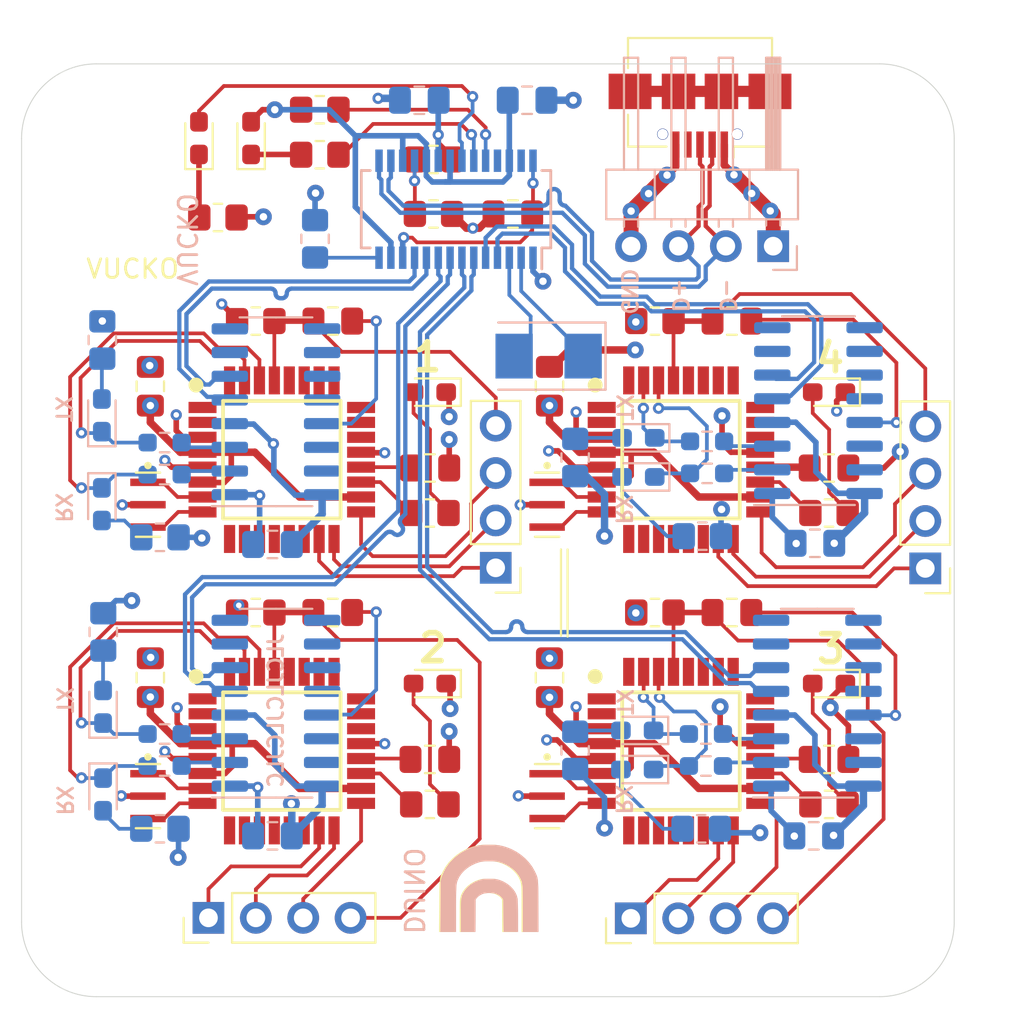
<source format=kicad_pcb>
(kicad_pcb (version 20211014) (generator pcbnew)
  (layers (0 "F.Cu" signal) (1 "In1.Cu" power) (2 "In2.Cu" power) (31 "B.Cu" signal) (34 "B.Paste" user) (35 "F.Paste" user) (36 "B.SilkS" user "B.Silkscreen") (37 "F.SilkS" user "F.Silkscreen") (38 "B.Mask" user) (39 "F.Mask" user) (44 "Edge.Cuts" user))
  (net 0 "")
  (net 1 "Net-(IC1-Pad32)")
  (net 2 "Net-(IC1-Pad26)")
  (net 3 "Net-(IC1-Pad25)")
  (net 4 "Net-(IC1-Pad24)")
  (net 5 "Net-(IC1-Pad23)")
  (net 6 "Net-(IC1-Pad22)")
  (net 7 "Net-(IC1-Pad19)")
  (net 8 "Net-(IC1-Pad14)")
  (net 9 "Net-(IC1-Pad12)")
  (net 10 "Net-(IC1-Pad11)")
  (net 11 "Net-(IC1-Pad10)")
  (net 12 "Net-(IC1-Pad9)")
  (net 13 "Net-(IC1-Pad2)")
  (net 14 "Net-(IC1-Pad1)")
  (net 15 "Net-(IC2-Pad32)")
  (net 16 "Net-(IC2-Pad26)")
  (net 17 "Net-(IC2-Pad25)")
  (net 18 "Net-(IC2-Pad24)")
  (net 19 "Net-(IC2-Pad23)")
  (net 20 "Net-(IC2-Pad22)")
  (net 21 "Net-(IC2-Pad19)")
  (net 22 "Net-(IC2-Pad14)")
  (net 23 "Net-(IC2-Pad12)")
  (net 24 "Net-(IC2-Pad11)")
  (net 25 "Net-(IC2-Pad10)")
  (net 26 "Net-(IC2-Pad9)")
  (net 27 "Net-(IC2-Pad2)")
  (net 28 "Net-(IC2-Pad1)")
  (net 29 "Net-(IC3-Pad32)")
  (net 30 "Net-(IC3-Pad26)")
  (net 31 "Net-(IC3-Pad25)")
  (net 32 "Net-(IC3-Pad24)")
  (net 33 "Net-(IC3-Pad23)")
  (net 34 "Net-(IC3-Pad22)")
  (net 35 "Net-(IC3-Pad19)")
  (net 36 "Net-(IC3-Pad14)")
  (net 37 "Net-(IC3-Pad12)")
  (net 38 "Net-(IC3-Pad11)")
  (net 39 "Net-(IC3-Pad10)")
  (net 40 "Net-(IC3-Pad9)")
  (net 41 "Net-(IC3-Pad2)")
  (net 42 "Net-(IC3-Pad1)")
  (net 43 "Net-(IC4-Pad32)")
  (net 44 "Net-(IC4-Pad26)")
  (net 45 "Net-(IC4-Pad25)")
  (net 46 "Net-(IC4-Pad24)")
  (net 47 "Net-(IC4-Pad23)")
  (net 48 "Net-(IC4-Pad22)")
  (net 49 "Net-(IC4-Pad19)")
  (net 50 "Net-(IC4-Pad14)")
  (net 51 "Net-(IC4-Pad12)")
  (net 52 "Net-(IC4-Pad11)")
  (net 53 "Net-(IC4-Pad10)")
  (net 54 "Net-(IC4-Pad9)")
  (net 55 "Net-(IC4-Pad2)")
  (net 56 "Net-(IC4-Pad1)")
  (net 57 "GND")
  (net 58 "Net-(D1-Pad2)")
  (net 59 "Net-(D2-Pad2)")
  (net 60 "Net-(D3-Pad2)")
  (net 61 "Net-(D4-Pad2)")
  (net 62 "Net-(D5-Pad2)")
  (net 63 "Net-(D6-Pad2)")
  (net 64 "Net-(D7-Pad2)")
  (net 65 "Net-(D8-Pad2)")
  (net 66 "Net-(D9-Pad2)")
  (net 67 "Net-(D10-Pad2)")
  (net 68 "+5V")
  (net 69 "Net-(D11-Pad2)")
  (net 70 "Net-(D12-Pad2)")
  (net 71 "Net-(U2-Pad12)")
  (net 72 "Net-(U2-Pad11)")
  (net 73 "Net-(U2-Pad10)")
  (net 74 "Net-(U2-Pad9)")
  (net 75 "Net-(U2-Pad14)")
  (net 76 "Net-(U2-Pad7)")
  (net 77 "Net-(U3-Pad15)")
  (net 78 "Net-(U3-Pad12)")
  (net 79 "Net-(U3-Pad11)")
  (net 80 "Net-(U3-Pad10)")
  (net 81 "Net-(U3-Pad9)")
  (net 82 "Net-(IC1-Pad13)")
  (net 83 "Net-(IC2-Pad13)")
  (net 84 "Net-(IC3-Pad13)")
  (net 85 "Net-(IC4-Pad13)")
  (net 86 "Net-(IC4-Pad8)")
  (net 87 "Net-(IC4-Pad7)")
  (net 88 "Net-(IC1-Pad8)")
  (net 89 "Net-(IC1-Pad7)")
  (net 90 "Net-(IC2-Pad8)")
  (net 91 "Net-(IC2-Pad7)")
  (net 92 "Net-(IC3-Pad8)")
  (net 93 "Net-(IC3-Pad7)")
  (net 94 "Net-(U3-Pad8)")
  (net 95 "Net-(U3-Pad7)")
  (net 96 "Net-(C14-Pad1)")
  (net 97 "Net-(C15-Pad1)")
  (net 98 "Net-(C16-Pad1)")
  (net 99 "Net-(C17-Pad1)")
  (net 100 "Net-(D13-Pad1)")
  (net 101 "Net-(D17-Pad1)")
  (net 102 "Net-(IC1-Pad28)")
  (net 103 "Net-(IC1-Pad27)")
  (net 104 "Net-(IC2-Pad28)")
  (net 105 "Net-(IC2-Pad27)")
  (net 106 "Net-(IC3-Pad28)")
  (net 107 "Net-(IC3-Pad27)")
  (net 108 "Net-(IC4-Pad28)")
  (net 109 "Net-(IC4-Pad27)")
  (net 110 "Net-(J1-Pad4)")
  (net 111 "Net-(R1-Pad2)")
  (net 112 "Net-(R2-Pad2)")
  (net 113 "Net-(R3-Pad2)")
  (net 114 "Net-(R4-Pad2)")
  (net 115 "Net-(R5-Pad1)")
  (net 116 "Net-(R6-Pad1)")
  (net 117 "Net-(R7-Pad1)")
  (net 118 "Net-(R8-Pad1)")
  (net 119 "Net-(R25-Pad2)")
  (net 120 "Net-(R27-Pad2)")
  (net 121 "Net-(R28-Pad2)")
  (net 122 "Net-(R29-Pad1)")
  (net 123 "Net-(U1-Pad15)")
  (net 124 "Net-(U1-Pad14)")
  (net 125 "Net-(U1-Pad12)")
  (net 126 "Net-(U1-Pad11)")
  (net 127 "Net-(U1-Pad10)")
  (net 128 "Net-(U1-Pad9)")
  (net 129 "Net-(U1-Pad8)")
  (net 130 "Net-(U1-Pad7)")
  (net 131 "Net-(U2-Pad15)")
  (net 132 "Net-(U2-Pad8)")
  (net 133 "Net-(U3-Pad14)")
  (net 134 "Net-(U4-Pad15)")
  (net 135 "Net-(U4-Pad14)")
  (net 136 "Net-(U4-Pad12)")
  (net 137 "Net-(U4-Pad11)")
  (net 138 "Net-(U4-Pad10)")
  (net 139 "Net-(U4-Pad9)")
  (net 140 "Net-(U4-Pad8)")
  (net 141 "Net-(U4-Pad7)")
  (net 142 "Net-(U5-Pad27)")
  (net 143 "Net-(U5-Pad25)")
  (net 144 "Net-(U5-Pad3)")
  (net 145 "Net-(U5-Pad2)")
  (net 146 "+3V3")
  (net 147 "Net-(D17-Pad2)")
  (net 148 "Net-(C19-Pad1)")
  (net 149 "/D1_N")
  (net 150 "/D1_P")
  (net 151 "/D4_N")
  (net 152 "/D4_P")
  (net 153 "/D2_N")
  (net 154 "/D2_P")
  (net 155 "/D3_N")
  (net 156 "/D3_P")
  (net 157 "Net-(J1-Pad6)")
  (net 158 "/SS2")
  (net 159 "/DTR_2")
  (net 160 "/SS3")
  (net 161 "/DTR_3")
  (net 162 "/SS1")
  (net 163 "/DTR_1")
  (net 164 "/SS4")
  (net 165 "/DTR_4")
  (net 166 "/RXD_4")
  (net 167 "/TXD_4")
  (net 168 "/RXD_2")
  (net 169 "/TXD_2")
  (net 170 "/RXD_3")
  (net 171 "/TXD_3")
  (net 172 "/RXD_1")
  (net 173 "/TXD_1")
  (net 174 "/D-")
  (net 175 "/D+")
  (net 176 "/MOSI2")
  (net 177 "/MISO2")
  (net 178 "/SCK2")
  (net 179 "/MOSI3")
  (net 180 "/MISO3")
  (net 181 "/SCK3")
  (net 182 "/MOSI1")
  (net 183 "/MISO1")
  (net 184 "/SCK1")
  (net 185 "/MOSI4")
  (net 186 "/MISO4")
  (net 187 "/SCK4")
  (footprint "Capacitor_SMD:C_0805_2012Metric_Pad1.18x1.45mm_HandSolder" (layer "F.Cu") (at 166.6825 119.408 180)
    (fp_text reference "C6" hide)
    (fp_text value "0.1u")
  )
  (footprint "Capacitor_SMD:C_0805_2012Metric_Pad1.18x1.45mm_HandSolder" (layer "F.Cu") (at 188.082 119.408 180)
    (fp_text reference "C7" hide)
    (fp_text value "0.1u")
  )
  (footprint "Capacitor_SMD:C_0805_2012Metric_Pad1.18x1.45mm_HandSolder" (layer "F.Cu") (at 166.6875 103.787 180)
    (fp_text reference "C8" hide)
    (fp_text value "0.1u")
  )
  (footprint "Capacitor_SMD:C_0805_2012Metric_Pad1.18x1.45mm_HandSolder" (layer "F.Cu") (at 188.082 103.787 180)
    (fp_text reference "C9" hide)
    (fp_text value "0.1u")
  )
  (footprint "Capacitor_SMD:C_0805_2012Metric_Pad1.18x1.45mm_HandSolder" (layer "F.Cu") (at 156.9035 122.9005 90)
    (fp_text reference "C10" hide)
    (fp_text value "0.1u")
  )
  (footprint "Capacitor_SMD:C_0805_2012Metric_Pad1.18x1.45mm_HandSolder" (layer "F.Cu") (at 178.303 122.9005 90)
    (fp_text reference "C11" hide)
    (fp_text value "0.1u")
  )
  (footprint "Capacitor_SMD:C_0805_2012Metric_Pad1.18x1.45mm_HandSolder" (layer "F.Cu") (at 156.9035 107.2795 90)
    (fp_text reference "C12" hide)
    (fp_text value "0.1u")
  )
  (footprint "Capacitor_SMD:C_0805_2012Metric_Pad1.18x1.45mm_HandSolder" (layer "F.Cu") (at 178.303 107.2795 90)
    (fp_text reference "C13" hide)
    (fp_text value "0.1u")
  )
  (footprint "Capacitor_SMD:C_0805_2012Metric_Pad1.18x1.45mm_HandSolder" (layer "F.Cu") (at 171.8895 127.282)
    (fp_text reference "C14" hide)
    (fp_text value "0.1u")
  )
  (footprint "Capacitor_SMD:C_0805_2012Metric_Pad1.18x1.45mm_HandSolder" (layer "F.Cu") (at 193.289 127.282)
    (fp_text reference "C15" hide)
    (fp_text value "0.1u")
  )
  (footprint "Capacitor_SMD:C_0805_2012Metric_Pad1.18x1.45mm_HandSolder" (layer "F.Cu") (at 171.8895 111.661)
    (fp_text reference "C16" hide)
    (fp_text value "0.1u")
  )
  (footprint "Capacitor_SMD:C_0805_2012Metric_Pad1.18x1.45mm_HandSolder" (layer "F.Cu") (at 193.289 111.661)
    (fp_text reference "C17" hide)
    (fp_text value "0.1u")
  )
  (footprint "Capacitor_SMD:C_0805_2012Metric_Pad1.18x1.45mm_HandSolder" (layer "F.Cu") (at 176.3395 98.044 180)
    (fp_text reference "C19" hide)
    (fp_text value "10u")
  )
  (footprint "LED_SMD:LED_0603_1608Metric_Pad1.05x0.95mm_HandSolder" (layer "F.Cu") (at 171.8895 123.218 180)
    (fp_text reference "D9" hide)
    (fp_text value "red")
  )
  (footprint "LED_SMD:LED_0603_1608Metric_Pad1.05x0.95mm_HandSolder" (layer "F.Cu") (at 193.289 123.218 180)
    (fp_text reference "D10" hide)
    (fp_text value "red")
  )
  (footprint "LED_SMD:LED_0603_1608Metric_Pad1.05x0.95mm_HandSolder" (layer "F.Cu") (at 171.8895 107.597 180)
    (fp_text reference "D11" hide)
    (fp_text value "red")
  )
  (footprint "LED_SMD:LED_0603_1608Metric_Pad1.05x0.95mm_HandSolder" (layer "F.Cu") (at 193.289 107.597 180)
    (fp_text reference "D12" hide)
    (fp_text value "red")
  )
  (footprint "LED_SMD:LED_0603_1608Metric_Pad1.05x0.95mm_HandSolder" (layer "F.Cu") (at 162.306 93.98 90)
    (fp_text reference "D13" hide)
    (fp_text value "2")
  )
  (footprint "LED_SMD:LED_0603_1608Metric_Pad1.05x0.95mm_HandSolder" (layer "F.Cu") (at 159.512 93.98 90)
    (fp_text reference "D17" hide)
    (fp_text value "red")
  )
  (footprint "Vucko_Admin:QFP80P900X900X120-32N" (layer "F.Cu") (at 163.952 126.8375)
    (fp_text reference "IC1" hide)
    (fp_text value "ATMEGA328P-AU" hide)
  )
  (footprint "Vucko_Admin:QFP80P900X900X120-32N" (layer "F.Cu") (at 185.3515 126.8375)
    (fp_text reference "IC2" hide)
    (fp_text value "ATMEGA328P-AU" hide)
  )
  (footprint "Vucko_Admin:QFP80P900X900X120-32N" (layer "F.Cu") (at 185.3515 111.2165)
    (fp_text reference "IC4" hide)
    (fp_text value "ATMEGA328P-AU" hide)
  )
  (footprint "Connector_USB:USB_Micro-B_Amphenol_10104110_Horizontal" (layer "F.Cu") (at 186.3725 92.7735 180)
    (fp_text reference "J1" hide)
    (fp_text value "USB_Micro")
  )
  (footprint "Resistor_SMD:R_0805_2012Metric_Pad1.20x1.40mm_HandSolder" (layer "F.Cu") (at 162.555 119.408)
    (fp_text reference "R17" hide)
    (fp_text value "10k")
  )
  (footprint "Resistor_SMD:R_0805_2012Metric_Pad1.20x1.40mm_HandSolder" (layer "F.Cu") (at 183.9545 119.408)
    (fp_text reference "R18" hide)
    (fp_text value "10k")
  )
  (footprint "Resistor_SMD:R_0805_2012Metric_Pad1.20x1.40mm_HandSolder" (layer "F.Cu") (at 162.555 103.787)
    (fp_text reference "R19" hide)
    (fp_text value "10k")
  )
  (footprint "Resistor_SMD:R_0805_2012Metric_Pad1.20x1.40mm_HandSolder" (layer "F.Cu") (at 183.9545 103.787)
    (fp_text reference "R20" hide)
    (fp_text value "10k")
  )
  (footprint "Resistor_SMD:R_0805_2012Metric_Pad1.20x1.40mm_HandSolder" (layer "F.Cu") (at 171.8895 129.695 180)
    (fp_text reference "R21" hide)
    (fp_text value "1k")
  )
  (footprint "Resistor_SMD:R_0805_2012Metric_Pad1.20x1.40mm_HandSolder" (layer "F.Cu") (at 193.289 129.695 180)
    (fp_text reference "R22" hide)
    (fp_text value "1k")
  )
  (footprint "Resistor_SMD:R_0805_2012Metric_Pad1.20x1.40mm_HandSolder" (layer "F.Cu") (at 171.8895 114.074 180)
    (fp_text reference "R23" hide)
    (fp_text value "1k")
  )
  (footprint "Resistor_SMD:R_0805_2012Metric_Pad1.20x1.40mm_HandSolder" (layer "F.Cu") (at 193.289 114.074 180)
    (fp_text reference "R24" hide)
    (fp_text value "1k")
  )
  (footprint "Resistor_SMD:R_0805_2012Metric_Pad1.20x1.40mm_HandSolder" (layer "F.Cu") (at 172.085 95.123 180)
    (fp_text reference "R25" hide)
    (fp_text value "47k")
  )
  (footprint "Resistor_SMD:R_0805_2012Metric_Pad1.20x1.40mm_HandSolder" (layer "F.Cu") (at 172.085 98.044)
    (fp_text reference "R26" hide)
    (fp_text value "100k")
  )
  (footprint "Resistor_SMD:R_0805_2012Metric_Pad1.20x1.40mm_HandSolder" (layer "F.Cu") (at 165.989 94.869)
    (fp_text reference "R27" hide)
    (fp_text value "2.2k")
  )
  (footprint "Resistor_SMD:R_0805_2012Metric_Pad1.20x1.40mm_HandSolder" (layer "F.Cu") (at 165.989 92.456)
    (fp_text reference "R28" hide)
    (fp_text value "2.2k")
  )
  (footprint "Resistor_SMD:R_0805_2012Metric_Pad1.20x1.40mm_HandSolder" (layer "F.Cu") (at 160.528 98.2345)
    (fp_text reference "R30" hide)
    (fp_text value "1k")
  )
  (footprint "Vucko_Testiranje:OSC_CSTCE8M00G55-R0" (layer "F.Cu") (at 156.7765 129.2505 -90)
    (fp_text reference "Y1" hide)
    (fp_text value "CSTCE16M0V13C99-R0")
  )
  (footprint "Vucko_Testiranje:OSC_CSTCE8M00G55-R0" (layer "F.Cu") (at 178.176 129.2505 -90)
    (fp_text reference "Y2" hide)
    (fp_text value "CSTCE16M0V13C99-R0")
  )
  (footprint "Vucko_Testiranje:OSC_CSTCE8M00G55-R0" (layer "F.Cu") (at 156.7765 113.6295 -90)
    (fp_text reference "Y3" hide)
    (fp_text value "CSTCE16M0V13C99-R0")
  )
  (footprint "Vucko_Testiranje:OSC_CSTCE8M00G55-R0" (layer "F.Cu") (at 178.176 113.6295 -90)
    (fp_text reference "Y4" hide)
    (fp_text value "CSTCE16M0V13C99-R0")
  )
  (footprint "MountingHole:MountingHole_3.2mm_M3" (layer "F.Cu") (at 196.342 136.3345)
    (fp_text reference "H1" hide)
    (fp_text value "1")
  )
  (footprint "MountingHole:MountingHole_3.2mm_M3" (layer "F.Cu") (at 153.67 136.3345)
    (fp_text reference "H2" hide)
    (fp_text value "2")
  )
  (footprint "MountingHole:MountingHole_3.2mm_M3" (layer "F.Cu") (at 153.67 93.6625)
    (fp_text reference "H3" hide)
    (fp_text value "3")
  )
  (footprint "MountingHole:MountingHole_3.2mm_M3" (layer "F.Cu") (at 196.2785 93.6625)
    (fp_text reference "H4" hide)
    (fp_text value "4")
  )
  (footprint "Vucko_Admin:QFP80P900X900X120-32N" (layer "F.Cu") (at 163.952 111.2165)
    (fp_text reference "IC3" hide)
    (fp_text value "ATMEGA328P-AU" hide)
  )
  (footprint "Vucko_Admin_Logo:Duino" (layer "F.Cu") (at 175.05172 134.3914 90)
    (fp_text reference "L1" hide)
    (fp_text value "Duino" hide)
  )
  (footprint "Connector_PinHeader_2.54mm:PinHeader_1x04_P2.54mm_Vertical" (layer "F.Cu") (at 198.4502 117.0432 180)
    (fp_text reference "J2" hide)
    (fp_text value "Conn_01x04")
  )
  (footprint "Connector_PinHeader_2.54mm:PinHeader_1x04_P2.54mm_Vertical" (layer "F.Cu") (at 182.6641 135.8011 90)
    (fp_text reference "J3" hide)
    (fp_text value "Conn_01x04")
  )
  (footprint "Connector_PinHeader_2.54mm:PinHeader_1x04_P2.54mm_Vertical" (layer "F.Cu") (at 160.02 135.7757 90)
    (fp_text reference "J5" hide)
    (fp_text value "Conn_01x04")
  )
  (footprint "Connector_PinHeader_2.54mm:PinHeader_1x04_P2.54mm_Vertical" (layer "F.Cu") (at 175.41748 117.01272 180)
    (fp_text reference "J6" hide)
    (fp_text value "Conn_01x04")
  )
  (footprint "Capacitor_SMD:C_0805_2012Metric_Pad1.18x1.45mm_HandSolder" (layer "B.Cu") (at 192.532 115.697 180)
    (fp_text reference "C2" hide)
    (fp_text value "0.1u")
  )
  (footprint "Capacitor_SMD:C_0805_2012Metric_Pad1.18x1.45mm_HandSolder" (layer "B.Cu") (at 163.449 131.3815 180)
    (fp_text reference "C3" hide)
    (fp_text value "0.1u")
  )
  (footprint "Capacitor_SMD:C_0805_2012Metric_Pad1.18x1.45mm_HandSolder" (layer "B.Cu") (at 192.4685 131.3815 180)
    (fp_text reference "C4" hide)
    (fp_text value "0.1u")
  )
  (footprint "Capacitor_SMD:C_0805_2012Metric_Pad1.18x1.45mm_HandSolder" (layer "B.Cu") (at 163.449 115.7605 180)
    (fp_text reference "C5" hide)
    (fp_text value "0.1u")
  )
  (footprint "Capacitor_SMD:C_0805_2012Metric_Pad1.18x1.45mm_HandSolder" (layer "B.Cu") (at 177.1015 91.948)
    (fp_text reference "C21" hide)
    (fp_text value "10u")
  )
  (footprint "Capacitor_SMD:C_0805_2012Metric_Pad1.18x1.45mm_HandSolder" (layer "B.Cu") (at 171.323 91.948 180)
    (fp_text reference "C23" hide)
    (fp_text value "10u")
  )
  (footprint "LED_SMD:LED_0603_1608Metric_Pad1.05x0.95mm_HandSolder" (layer "B.Cu") (at 183.0705 112.141 180)
    (fp_text reference "D1" hide)
    (fp_text value "Blue")
  )
  (footprint "LED_SMD:LED_0603_1608Metric_Pad1.05x0.95mm_HandSolder" (layer "B.Cu") (at 183.0705 110.0455 180)
    (fp_text reference "D2" hide)
    (fp_text value "Blue")
  )
  (footprint "LED_SMD:LED_0603_1608Metric_Pad1.05x0.95mm_HandSolder" (layer "B.Cu") (at 154.3685 129.159 -90)
    (fp_text reference "D3" hide)
    (fp_text value "Blue")
  )
  (footprint "LED_SMD:LED_0603_1608Metric_Pad1.05x0.95mm_HandSolder" (layer "B.Cu") (at 154.3685 124.46 90)
    (fp_text reference "D4" hide)
    (fp_text value "Blue")
  )
  (footprint "LED_SMD:LED_0603_1608Metric_Pad1.05x0.95mm_HandSolder" (layer "B.Cu") (at 183.007 127.8255 180)
    (fp_text reference "D5" hide)
    (fp_text value "Blue")
  )
  (footprint "LED_SMD:LED_0603_1608Metric_Pad1.05x0.95mm_HandSolder" (layer "B.Cu") (at 183.007 125.73 180)
    (fp_text reference "D6" hide)
    (fp_text value "Blue")
  )
  (footprint "LED_SMD:LED_0603_1608Metric_Pad1.05x0.95mm_HandSolder" (layer "B.Cu") (at 154.305 113.6015 -90)
    (fp_text reference "D7" hide)
    (fp_text value "Blue")
  )
  (footprint "LED_SMD:LED_0603_1608Metric_Pad1.05x0.95mm_HandSolder" (layer "B.Cu") (at 154.305 108.839 90)
    (fp_text reference "D8" hide)
    (fp_text value "Blue")
  )
  (footprint "Resistor_SMD:R_0603_1608Metric_Pad0.98x0.95mm_HandSolder" (layer "B.Cu") (at 186.7535 111.9505)
    (fp_text reference "R1" hide)
    (fp_text value "1k")
  )
  (footprint "Resistor_SMD:R_0603_1608Metric_Pad0.98x0.95mm_HandSolder" (layer "B.Cu") (at 157.6705 127.635)
    (fp_text reference "R2" hide)
    (fp_text value "1k")
  )
  (footprint "Resistor_SMD:R_0603_1608Metric_Pad0.98x0.95mm_HandSolder" (layer "B.Cu") (at 186.69 127.635)
    (fp_text reference "R3" hide)
    (fp_text value "1k")
  )
  (footprint "Resistor_SMD:R_0603_1608Metric_Pad0.98x0.95mm_HandSolder" (layer "B.Cu") (at 157.6705 112.014)
    (fp_text reference "R4" hide)
    (fp_text value "1k")
  )
  (footprint "Resistor_SMD:R_0603_1608Metric_Pad0.98x0.95mm_HandSolder" (layer "B.Cu") (at 186.7535 110.236 180)
    (fp_text reference "R5" hide)
    (fp_text value "1k")
  )
  (footprint "Resistor_SMD:R_0603_1608Metric_Pad0.98x0.95mm_HandSolder" (layer "B.Cu") (at 157.6705 125.9205 180)
    (fp_text reference "R6" hide)
    (fp_text value "1k")
  )
  (footprint "Resistor_SMD:R_0603_1608Metric_Pad0.98x0.95mm_HandSolder" (layer "B.Cu") (at 186.69 125.9205 180)
    (fp_text reference "R7" hide)
    (fp_text value "1k")
  )
  (footprint "Resistor_SMD:R_0603_1608Metric_Pad0.98x0.95mm_HandSolder" (layer "B.Cu") (at 157.6705 110.2995 180)
    (fp_text reference "R8" hide)
    (fp_text value "1k")
  )
  (footprint "Resistor_SMD:R_0805_2012Metric_Pad1.20x1.40mm_HandSolder" (layer "B.Cu") (at 186.4995 115.316 180)
    (fp_text reference "R9" hide)
    (fp_text value "1k")
  )
  (footprint "Resistor_SMD:R_0805_2012Metric_Pad1.20x1.40mm_HandSolder" (layer "B.Cu") (at 179.6796 111.0996 90)
    (fp_text reference "R10" hide)
    (fp_text value "1k")
  )
  (footprint "Resistor_SMD:R_0805_2012Metric_Pad1.20x1.40mm_HandSolder" (layer "B.Cu") (at 157.4165 131.0005 180)
    (fp_text reference "R11" hide)
    (fp_text value "1k")
  )
  (footprint "Resistor_SMD:R_0805_2012Metric_Pad1.20x1.40mm_HandSolder" (layer "B.Cu") (at 154.3812 120.4468 -90)
    (fp_text reference "R12" hide)
    (fp_text value "1k")
  )
  (footprint "Resistor_SMD:R_0805_2012Metric_Pad1.20x1.40mm_HandSolder" (layer "B.Cu") (at 186.436 131.0005 180)
    (fp_text reference "R13" hide)
    (fp_text value "1k")
  )
  (footprint "Resistor_SMD:R_0805_2012Metric_Pad1.20x1.40mm_HandSolder" (layer "B.Cu") (at 179.6796 126.7968 90)
    (fp_text reference "R14" hide)
    (fp_text value "1k")
  )
  (footprint "Resistor_SMD:R_0805_2012Metric_Pad1.20x1.40mm_HandSolder" (layer "B.Cu") (at 157.4165 115.3795 180)
    (fp_text reference "R15" hide)
    (fp_text value "1k")
  )
  (footprint "Resistor_SMD:R_0805_2012Metric_Pad1.20x1.40mm_HandSolder" (layer "B.Cu") (at 154.3304 104.8004 -90)
    (fp_text reference "R16" hide)
    (fp_text value "1k")
  )
  (footprint "Resistor_SMD:R_0805_2012Metric_Pad1.20x1.40mm_HandSolder" (layer "B.Cu") (at 165.735 99.3775 90)
    (fp_text reference "R29" hide)
    (fp_text value "2.7k")
  )
  (footprint "Connector_PinHeader_2.54mm:PinHeader_1x04_P2.54mm_Horizontal" (layer "B.Cu") (at 190.2968 99.7712 90)
    (fp_text reference "J4" hide)
    (fp_text value "SS_PG")
  )
  (footprint "Package_SO:SOIC-16_3.9x9.9mm_P1.27mm" (layer "B.Cu") (at 192.7225 108.585)
    (fp_text reference "U1" hide)
    (fp_text value "CH340C")
  )
  (footprint "Package_SO:SOIC-16_3.9x9.9mm_P1.27mm" (layer "B.Cu") (at 163.6395 124.2695)
    (fp_text reference "U2" hide)
    (fp_text value "CH340C")
  )
  (footprint "Package_SO:SOIC-16_3.9x9.9mm_P1.27mm" (layer "B.Cu") (at 192.659 124.2695)
    (fp_text reference "U3" hide)
    (fp_text value "CH340C")
  )
  (footprint "Package_SO:SOIC-16_3.9x9.9mm_P1.27mm" (layer "B.Cu") (at 163.6395 108.6485)
    (fp_text reference "U4" hide)
    (fp_text value "CH340C")
  )
  (footprint "Package_SO:SSOP-28_3.9x9.9mm_P0.635mm" (layer "B.Cu") (at 173.2915 97.79 90)
    (fp_text reference "U5" hide)
    (fp_text value "FE1.1s")
  )
  (footprint "Crystal:Crystal_SMD_5032-2Pin_5.0x3.2mm" (layer "B.Cu") (at 178.2572 105.664 180)
    (fp_text reference "Y5" hide)
    (fp_text value "12MHz")
  )
  (footprint "Vucko_Admin_Logo:Duino" (layer "B.Cu") (at 175.05172 134.3914 90)
    (fp_text reference "L2" hide)
    (fp_text value "Duino" hide)
  )
  (gr_line (start 179.2732 120.7008) (end 179.2732 116.0272) (layer "F.SilkS") (width 0.12))
  (gr_line (start 178.9176 120.65) (end 178.9176 116.0272) (layer "F.SilkS") (width 0.12))
  (gr_line (start 196 90) (end 154 90) (layer "Edge.Cuts") (width 0.05))
  (gr_arc (start 196 90) (mid 198.828427 91.171573) (end 200 94) (layer "Edge.Cuts") (width 0.05))
  (gr_line (start 150 94) (end 150 136) (layer "Edge.Cuts") (width 0.05))
  (gr_line (start 154 140) (end 196 140) (layer "Edge.Cuts") (width 0.05))
  (gr_arc (start 200 136) (mid 198.828427 138.828427) (end 196 140) (layer "Edge.Cuts") (width 0.05))
  (gr_arc (start 150 94) (mid 151.171573 91.171573) (end 154 90) (layer "Edge.Cuts") (width 0.05))
  (gr_arc (start 154 140) (mid 151.171573 138.828427) (end 150 136) (layer "Edge.Cuts") (width 0.05))
  (gr_line (start 200 136) (end 200 94) (layer "Edge.Cuts") (width 0.05))
  (gr_text "RX" (at 182.2704 129.4384 270) (layer "B.SilkS") (effects (font (size 0.8 0.8)) (justify mirror)))
  (gr_text "TX" (at 182.3212 124.206 270) (layer "B.SilkS") (effects (font (size 0.8 0.8)) (justify mirror)))
  (gr_text "GND" (at 182.5752 102.2096 270) (layer "B.SilkS") (effects (font (size 0.8 0.8)) (justify mirror)))
  (gr_text "JLCJLCJLCJLC" (at 163.6268 124.6632 90) (layer "B.SilkS") (effects (font (size 0.8 0.8)) (justify mirror)))
  (gr_text "VUCKO" (at 158.8516 99.4156 270) (layer "B.SilkS") (effects (font (size 1 1)) (justify mirror)))
  (gr_text "TX" (at 152.2476 108.5088 270) (layer "B.SilkS") (effects (font (size 0.8 0.8)) (justify mirror)))
  (gr_text "TX" (at 182.3212 108.4072 270) (layer "B.SilkS") (effects (font (size 0.8 0.8)) (justify mirror)))
  (gr_text "RX" (at 182.2704 113.8936 270) (layer "B.SilkS") (effects (font (size 0.8 0.8)) (justify mirror)))
  (gr_text "D-" (at 187.8584 102.4128 270) (layer "B.SilkS") (effects (font (size 0.8 0.8)) (justify mirror)))
  (gr_text "TX" (at 152.2984 124.1044 270) (layer "B.SilkS") (effects (font (size 0.8 0.8)) (justify mirror)))
  (gr_text "D+" (at 185.3184 102.4128 270) (layer "B.SilkS") (effects (font (size 0.8 0.8)) (justify mirror)))
  (gr_text "RX" (at 152.2476 113.792 270) (layer "B.SilkS") (effects (font (size 0.8 0.8)) (justify mirror)))
  (gr_text "RX" (at 152.2984 129.4892 270) (layer "B.SilkS") (effects (font (size 0.8 0.8)) (justify mirror)))
  (gr_text "DUINO" (at 171.02328 134.33044 270) (layer "B.SilkS") (effects (font (size 1 1)) (justify mirror)))
  (gr_text "2" (at 172.0596 121.3104) (layer "F.SilkS") (effects (font (size 1.5 1.5) (thickness 0.3))))
  (gr_text "4" (at 193.3448 105.7656) (layer "F.SilkS") (effects (font (size 1.5 1.5) (thickness 0.3))))
  (gr_text "3" (at 193.3956 121.3612) (layer "F.SilkS") (effects (font (size 1.5 1.5) (thickness 0.3))))
  (gr_text "VUCKO" (at 155.956 100.9904) (layer "F.SilkS") (effects (font (size 1 1))))
  (gr_text "1" (at 171.7548 105.7148) (layer "F.SilkS") (effects (font (size 1.5 1.5) (thickness 0.3))))
  (via (at 184.37098 93.76664) (size 0.6) (drill 0.55) (layers "F.Cu" "B.Cu") (net 0))
  (via (at 188.37148 93.76664) (size 0.6) (drill 0.55) (layers "F.Cu" "B.Cu") (net 0))
  (segment (start 169.232 128.0375) (end 170.8895 129.695) (width 0.2) (layer "F.Cu") (net 7))
  (segment (start 168.202 128.0375) (end 169.232 128.0375) (width 0.2) (layer "F.Cu") (net 7))
  (segment (start 170.832 129.6375) (end 170.8895 129.695) (width 0.2) (layer "F.Cu") (net 7))
  (segment (start 170.8895 129.695) (end 170.8895 129.9481) (width 0.2) (layer "F.Cu") (net 7))
  (segment (start 191.8208 130.1632) (end 192.289 129.695) (width 0.2) (layer "F.Cu") (net 21))
  (segment (start 190.7397 128.0375) (end 192.289 129.5868) (width 0.2) (layer "F.Cu") (net 21))
  (segment (start 192.289 129.5868) (end 192.289 129.695) (width 0.2) (layer "F.Cu") (net 21))
  (segment (start 192.2315 129.6375) (end 192.289 129.695) (width 0.2) (layer "F.Cu") (net 21))
  (segment (start 189.6015 128.0375) (end 190.7397 128.0375) (width 0.2) (layer "F.Cu") (net 21))
  (segment (start 169.232 112.4165) (end 170.8895 114.074) (width 0.2) (layer "F.Cu") (net 35))
  (segment (start 168.202 112.4165) (end 169.232 112.4165) (width 0.2) (layer "F.Cu") (net 35))
  (segment (start 190.6315 112.4165) (end 192.289 114.074) (width 0.2) (layer "F.Cu") (net 49))
  (segment (start 189.6015 112.4165) (end 190.6315 112.4165) (width 0.2) (layer "F.Cu") (net 49))
  (segment (start 182.6768 97.8916) (end 182.6768 99.7712) (width 0.8) (layer "F.Cu") (net 57))
  (segment (start 183.6166 96.9518) (end 182.6768 97.8916) (width 0.8) (layer "F.Cu") (net 57))
  (segment (start 184.6072 95.9612) (end 183.6166 96.9518) (width 0.8) (layer "F.Cu") (net 57))
  (segment (start 169.4688 110.8456) (end 168.2311 110.8456) (width 0.3) (layer "F.Cu") (net 57))
  (segment (start 185.0725 95.4959) (end 184.6072 95.9612) (width 0.4) (layer "F.Cu") (net 57))
  (segment (start 187.5536 110.3376) (end 187.5536 108.8644) (width 0.3) (layer "F.Cu") (net 57))
  (segment (start 172.974 124.5616) (end 172.974 123.4275) (width 0.3) (layer "F.Cu") (net 57))
  (segment (start 158.2928 108.8136) (end 158.2928 109.6573) (width 0.3) (layer "F.Cu") (net 57))
  (segment (start 193.7004 108.6104) (end 193.7004 108.0606) (width 0.3) (layer "F.Cu") (net 57))
  (segment (start 178.176 113.6295) (end 176.7433 113.6295) (width 0.3) (layer "F.Cu") (net 57))
  (segment (start 179.35956 105.3338) (end 182.90032 105.3338) (width 0.4) (layer "F.Cu") (net 57))
  (segment (start 172.974 123.4275) (end 172.7645 123.218) (width 0.3) (layer "F.Cu") (net 57))
  (segment (start 188.4135 126.4375) (end 189.6015 126.4375) (width 0.3) (layer "F.Cu") (net 57))
  (segment (start 158.0731 127.2375) (end 157.6832 126.8476) (width 0.3) (layer "F.Cu") (net 57))
  (segment (start 179.7304 125.3164) (end 179.7304 124.46) (width 0.3) (layer "F.Cu") (net 57))
  (segment (start 194.164 123.218) (end 193.3575 124.0245) (width 0.3) (layer "F.Cu") (net 57))
  (segment (start 158.0477 111.6165) (end 157.6832 111.252) (width 0.3) (layer "F.Cu") (net 57))
  (segment (start 155.4073 113.6295) (end 155.3972 113.6396) (width 0.3) (layer "F.Cu") (net 57))
  (segment (start 194.3265 127.282) (end 194.3265 125.4798) (width 0.3) (layer "F.Cu") (net 57))
  (segment (start 174.1932 98.806) (end 173.847 98.806) (width 0.4) (layer "F.Cu") (net 57))
  (segment (start 185.0725 94.3235) (end 185.0725 95.4959) (width 0.4) (layer "F.Cu") (net 57))
  (segment (start 155.3617 129.2505) (end 155.3464 129.2352) (width 0.3) (layer "F.Cu") (net 57))
  (segment (start 181.1015 127.2375) (end 179.7139 127.2375) (width 0.3) (layer "F.Cu") (net 57))
  (segment (start 172.9232 107.7557) (end 172.7645 107.597) (width 0.3) (layer "F.Cu") (net 57))
  (segment (start 158.652 110.0165) (end 159.702 110.0165) (width 0.3) (layer "F.Cu") (net 57))
  (segment (start 187.452 125.476) (end 188.4135 126.4375) (width 0.3) (layer "F.Cu") (net 57))
  (segment (start 173.847 98.806) (end 173.085 98.044) (width 0.4) (layer "F.Cu") (net 57))
  (segment (start 161.5661 98.1964) (end 161.528 98.2345) (width 0.3) (layer "F.Cu") (net 57))
  (segment (start 181.1015 110.0165) (end 180.0515 110.0165) (width 0.3) (layer "F.Cu") (net 57))
  (segment (start 174.1932 98.806) (end 174.54 98.806) (width 0.4) (layer "F.Cu") (net 57))
  (segment (start 194.3265 125.4798) (end 193.3575 124.5108) (width 0.3) (layer "F.Cu") (net 57))
  (segment (start 156.7765 113.6295) (end 155.4073 113.6295) (width 0.3) (layer "F.Cu") (net 57))
  (segment (start 172.927 110.1382) (end 172.9232 110.1344) (width 0.3) (layer "F.Cu") (net 57))
  (segment (start 178.176 129.2505) (end 176.6469 129.2505) (width 0.3) (layer "F.Cu") (net 57))
  (segment (start 172.927 125.7846) (end 172.9232 125.7808) (width 0.3) (layer "F.Cu") (net 57))
  (segment (start 169.4651 126.4375) (end 169.4688 126.4412) (width 0.3) (layer "F.Cu") (net 57))
  (segment (start 194.3493 127.3048) (end 194.3265 127.282) (width 0.3) (layer "F.Cu") (net 57))
  (segment (start 187.452 124.46) (end 187.452 125.476) (width 0.3) (layer "F.Cu") (net 57))
  (segment (start 179.6377 111.6165) (end 178.7652 110.744) (width 0.3) (layer "F.Cu") (net 57))
  (segment (start 193.3575 124.0245) (end 193.3575 124.5108) (width 0.3) (layer "F.Cu") (net 57))
  (segment (start 158.3436 125.3291) (end 158.652 125.6375) (width 0.3) (layer "F.Cu") (net 57))
  (segment (start 188.0325 110.8165) (end 187.5536 110.3376) (width 0.3) (layer "F.Cu") (net 57))
  (segment (start 193.7004 108.0606) (end 194.164 107.597) (width 0.3) (layer "F.Cu") (net 57))
  (segment (start 176.6469 129.2505) (end 176.6316 129.2352) (width 0.3) (layer "F.Cu") (net 57))
  (segment (start 158.652 125.6375) (end 159.702 125.6375) (width 0.3) (layer "F.Cu") (net 57))
  (segment (start 179.7304 109.6954) (end 179.7304 108.6612) (width 0.3) (layer "F.Cu") (net 57))
  (segment (start 178.303 121.863) (end 178.303 121.863028) (width 0.3) (layer "F.Cu") (net 57))
  (segment (start 159.702 127.2375) (end 158.0731 127.2375) (width 0.3) (layer "F.Cu") (net 57))
  (segment (start 181.1015 111.6165) (end 179.6377 111.6165) (width 0.3) (layer "F.Cu") (net 57))
  (segment (start 178.303 106.242) (end 178.45136 106.242) (width 0.4) (layer "F.Cu") (net 57))
  (segment (start 159.702 111.6165) (end 158.0477 111.6165) (width 0.3) (layer "F.Cu") (net 57))
  (segment (start 182.6768 97.8916) (end 182.6768 97.8916) (width 0.4) (layer "F.Cu") (net 57))
  (segment (start 185.0604 94.3356) (end 185.0725 94.3235) (width 0.4) (layer "F.Cu") (net 57))
  (segment (start 168.2311 110.8456) (end 168.202 110.8165) (width 0.3) (layer "F.Cu") (net 57))
  (segment (start 178.7652 110.744) (end 178.2572 110.744) (width 0.3) (layer "F.Cu") (net 57))
  (segment (start 158.2928 109.6573) (end 158.652 110.0165) (width 0.3) (layer "F.Cu") (net 57))
  (segment (start 181.1015 125.6375) (end 180.0515 125.6375) (width 0.3) (layer "F.Cu") (net 57))
  (segment (start 189.6015 110.8165) (end 188.0325 110.8165) (width 0.3) (layer "F.Cu") (net 57))
  (segment (start 156.7765 129.2505) (end 155.3617 129.2505) (width 0.3) (layer "F.Cu") (net 57))
  (segment (start 168.202 126.4375) (end 169.4651 126.4375) (width 0.3) (layer "F.Cu") (net 57))
  (segment (start 174.54 98.806) (end 175.302 98.044) (width 0.4) (layer "F.Cu") (net 57))
  (segment (start 162.9664 98.1964) (end 161.5661 98.1964) (width 0.3) (layer "F.Cu") (net 57))
  (segment (start 194.3265 111.661) (end 196.2251 111.661) (width 0.3) (layer "F.Cu") (net 57))
  (segment (start 178.45136 106.242) (end 179.35956 105.3338) (width 0.4) (layer "F.Cu") (net 57))
  (segment (start 172.9232 108.9152) (end 172.9232 107.7557) (width 0.3) (layer "F.Cu") (net 57))
  (segment (start 158.3436 124.5108) (end 158.3436 125.3291) (width 0.3) (layer "F.Cu") (net 57))
  (segment (start 180.0515 110.0165) (end 179.7304 109.6954) (width 0.3) (layer "F.Cu") (net 57))
  (segment (start 172.927 111.661) (end 172.927 110.1382) (width 0.3) (layer "F.Cu") (net 57))
  (segment (start 179.7139 127.2375) (end 178.7144 126.238) (width 0.3) (layer "F.Cu") (net 57))
  (segment (start 180.0515 125.6375) (end 179.7304 125.3164) (width 0.3) (layer "F.Cu") (net 57))
  (segment (start 176.7433 113.6295) (end 176.7332 113.6396) (width 0.3) (layer "F.Cu") (net 57))
  (segment (start 196.2251 111.661) (end 197.104 110.7821) (width 0.3) (layer "F.Cu") (net 57))
  (segment (start 172.927 127.282) (end 172.927 125.7846) (width 0.3) (layer "F.Cu") (net 57))
  (segment (start 178.7144 126.238) (end 178.1556 126.238) (width 0.3) (layer "F.Cu") (net 57))
  (via (at 156.9212 121.8184) (size 0.9) (drill 0.4) (layers "F.Cu" "B.Cu") (net 57))
  (via (at 162.6616 128.778) (size 0.6) (drill 0.3) (layers "F.Cu" "B.Cu") (net 57))
  (via (at 193.3575 124.5108) (size 0.9) (drill 0.4) (layers "F.Cu" "B.Cu") (net 57))
  (via (at 172.9232 125.7808) (size 0.9) (drill 0.4) (layers "F.Cu" "B.Cu") (net 57))
  (via (at 179.7304 108.6612) (size 0.6) (drill 0.3) (layers "F.Cu" "B.Cu") (net 57))
  (via (at 169.4688 110.8456) (size 0.6) (drill 0.3) (layers "F.Cu" "B.Cu") (net 57))
  (via (at 178.303 121.863028) (size 0.9) (drill 0.4) (layers "F.Cu" "B.Cu") (net 57))
  (via (at 191.427102 131.3942) (size 0.9) (drill 0.4) (layers "F.Cu" "B.Cu") (net 57))
  (via (at 183.6166 96.9518) (size 0.9) (drill 0.4) (layers "F.Cu" "B.Cu") (net 57))
  (via (at 158.2928 108.8136) (size 0.6) (drill 0.3) (layers "F.Cu" "B.Cu") (net 57))
  (via (at 157.6832 111.252) (size 0.6) (drill 0.3) (layers "F.Cu" "B.Cu") (net 57))
  (via (at 178.1556 126.238) (size 0.6) (drill 0.3) (layers "F.Cu" "B.Cu") (net 57))
  (via (at 169.4688 126.4412) (size 0.6) (drill 0.3) (layers "F.Cu" "B.Cu") (net 57))
  (via (at 162.7632 113.1316) (size 0.6) (drill 0.3) (layers "F.Cu" "B.Cu") (net 57))
  (via (at 158.3436 124.5108) (size 0.6) (drill 0.3) (layers "F.Cu" "B.Cu") (net 57))
  (via (at 184.6072 95.9612) (size 0.9) (drill 0.4) (layers "F.Cu" "B.Cu") (net 57))
  (via (at 177.9524 101.6508) (size 0.9) (drill 0.4) (layers "F.Cu" "B.Cu") (net 57))
  (via (at 191.5287 115.7097) (size 0.9) (drill 0.4) (layers "F.Cu" "B.Cu") (net 57))
  (via (at 187.452 124.46) (size 0.9) (drill 0.4) (layers "F.Cu" "B.Cu") (net 57))
  (via (at 174.1932 98.806) (size 0.6) (drill 0.3) (layers "F.Cu" "B.Cu") (net 57))
  (via (at 182.90032 105.3338) (size 0.9) (drill 0.4) (layers "F.Cu" "B.Cu") (net 57))
  (via (at 156.8704 106.172) (size 0.9) (drill 0.4) (layers "F.Cu" "B.Cu") (net 57))
  (via (at 176.7332 113.6396) (size 0.6) (drill 0.3) (layers "F.Cu" "B.Cu") (net 57))
  (via (at 179.7304 124.46) (size 0.6) (drill 0.3) (layers "F.Cu" "B.Cu") (net 57))
  (via (at 182.6768 97.8916) (size 0.9) (drill 0.4) (layers "F.Cu" "B.Cu") (net 57))
  (via (at 172.9232 110.1344) (size 0.9) (drill 0.4) (layers "F.Cu" "B.Cu") (net 57))
  (via (at 178.2572 110.744) (size 0.6) (drill 0.3) (layers "F.Cu" "B.Cu") (net 57))
  (via (at 172.974 124.5616) (size 0.9) (drill 0.4) (layers "F.Cu" "B.Cu") (net 57))
  (via (at 176.6316 129.2352) (size 0.6) (drill 0.3) (layers "F.Cu" "B.Cu") (net 57))
  (via (at 165.7604 96.9264) (size 0.9) (drill 0.4) (layers "F.Cu" "B.Cu") (net 57))
  (via (at 155.3972 113.6396) (size 0.6) (drill 0.3) (layers "F.Cu" "B.Cu") (net 57))
  (via (at 187.5536 108.8644) (size 0.9) (drill 0.4) (layers "F.Cu" "B.Cu") (net 57))
  (via (at 172.9232 108.9152) (size 0.9) (drill 0.4) (layers "F.Cu" "B.Cu") (net 57))
  (via (at 179.578 91.948) (size 0.9) (drill 0.4) (layers "F.Cu" "B.Cu") (net 57))
  (via (at 193.7004 108.6104) (size 0.6) (drill 0.3) (layers "F.Cu" "B.Cu") (net 57))
  (via (at 162.9664 98.1964) (size 0.9) (drill 0.4) (layers "F.Cu" "B.Cu") (net 57))
  (via (at 155.3464 129.2352) (size 0.6) (drill 0.3) (layers "F.Cu" "B.Cu") (net 57))
  (via (at 197.104 110.7821) (size 0.9) (drill 0.4) (layers "F.Cu" "B.Cu") (net 57))
  (via (at 169.1132 91.8464) (size 0.6) (drill 0.3) (layers "F.Cu" "B.Cu") (net 57))
  (via (at 157.6832 126.8476) (size 0.6) (drill 0.3) (layers "F.Cu" "B.Cu") (net 57))
  (segment (start 190.184 128.7145) (end 190.184 130.0368) (width 0.3) (layer "B.Cu") (net 57))
  (segment (start 162.7632 113.1316) (end 162.7632 115.4088) (width 0.3) (layer "B.Cu") (net 57))
  (segment (start 190.2475 114.3015) (end 191.4945 115.5485) (width 0.3) (layer "B.Cu") (net 57))
  (segment (start 190.184 130.0368) (end 191.431 131.2838) (width 0.3) (layer "B.Cu") (net 57))
  (segment (start 162.7632 115.4088) (end 162.4115 115.7605) (width 0.3) (layer "B.Cu") (net 57))
  (segment (start 191.4945 115.697) (end 191.5072 115.7097) (width 0.3) (layer "B.Cu") (net 57))
  (segment (start 161.1645 113.0935) (end 162.7251 113.0935) (width 0.3) (layer "B.Cu") (net 57))
  (segment (start 190.2475 113.03) (end 190.2475 114.3015) (width 0.3) (layer "B.Cu") (net 57))
  (segment (start 191.431 131.2838) (end 191.431 131.3815) (width 0.3) (layer "B.Cu") (net 57))
  (segment (start 191.4945 115.5485) (end 191.4945 115.697) (width 0.3) (layer "B.Cu") (net 57))
  (segment (start 161.1645 128.7145) (end 162.5981 128.7145) (width 0.3) (layer "B.Cu") (net 57))
  (segment (start 162.6616 131.1314) (end 162.6616 128.778) (width 0.3) (layer "B.Cu") (net 57))
  (segment (start 177.419 101.1174) (end 177.9524 101.6508) (width 0.3) (layer "B.Cu") (net 57))
  (segment (start 191.427102 131.385398) (end 191.427102 131.3942) (width 0.3) (layer "B.Cu") (net 57))
  (segment (start 165.735 98.3775) (end 165.735 96.9518) (width 0.3) (layer "B.Cu") (net 57))
  (segment (start 165.735 96.9518) (end 165.7604 96.9264) (width 0.3) (layer "B.Cu") (net 57))
  (segment (start 162.5981 128.7145) (end 162.6616 128.778) (width 0.3) (layer "B.Cu") (net 57))
  (segment (start 177.419 100.39) (end 177.419 101.1174) (width 0.3) (layer "B.Cu") (net 57))
  (segment (start 191.5072 115.7097) (end 191.5287 115.7097) (width 0.3) (layer "B.Cu") (net 57))
  (segment (start 162.7251 113.0935) (end 162.7632 113.1316) (width 0.3) (layer "B.Cu") (net 57))
  (segment (start 170.1839 91.8464) (end 170.2855 91.948) (width 0.4) (layer "B.Cu") (net 57))
  (segment (start 169.1132 91.8464) (end 170.1839 91.8464) (width 0.4) (layer "B.Cu") (net 57))
  (segment (start 162.4115 131.3815) (end 162.6616 131.1314) (width 0.3) (layer "B.Cu") (net 57))
  (segment (start 191.431 131.3815) (end 191.427102 131.385398) (width 0.3) (layer "B.Cu") (net 57))
  (segment (start 178.139 91.948) (end 179.578 91.948) (width 0.4) (layer "B.Cu") (net 57))
  (segment (start 184.6072 115.316) (end 182.1955 112.9043) (width 0.2) (layer "B.Cu") (net 58))
  (segment (start 185.4995 115.316) (end 184.6072 115.316) (width 0.2) (layer "B.Cu") (net 58))
  (segment (start 182.1955 112.9043) (end 182.1955 112.141) (width 0.2) (layer "B.Cu") (net 58))
  (segment (start 182.1955 110.0455) (end 179.7337 110.0455) (width 0.2) (layer "B.Cu") (net 59))
  (segment (start 179.7337 110.0455) (end 179.6796 110.0996) (width 0.2) (layer "B.Cu") (net 59))
  (segment (start 154.3685 130.034) (end 154.3685 130.1369) (width 0.2) (layer "B.Cu") (net 60))
  (segment (start 154.3685 130.1369) (end 155.2321 131.0005) (width 0.2) (layer "B.Cu") (net 60))
  (segment (start 155.2321 131.0005) (end 156.4165 131.0005) (width 0.2) (layer "B.Cu") (net 60))
  (segment (start 154.3685 123.585) (end 154.3685 121.4595) (width 0.2) (layer "B.Cu") (net 61))
  (segment (start 154.3685 121.4595) (end 154.3812 121.4468) (width 0.2) (layer "B.Cu") (net 61))
  (segment (start 184.3913 131.0005) (end 182.132 128.7412) (width 0.2) (layer "B.Cu") (net 62))
  (segment (start 185.436 131.0005) (end 184.3913 131.0005) (width 0.2) (layer "B.Cu") (net 62))
  (segment (start 182.132 128.7412) (end 182.132 127.8255) (width 0.2) (layer "B.Cu") (net 62))
  (segment (start 179.7464 125.73) (end 179.6796 125.7968) (width 0.2) (layer "B.Cu") (net 63))
  (segment (start 182.132 125.73) (end 179.7464 125.73) (width 0.2) (layer "B.Cu") (net 63))
  (segment (start 154.305 114.4765) (end 155.5135 114.4765) (width 0.2) (layer "B.Cu") (net 64))
  (segment (start 155.5135 114.4765) (end 156.4165 115.3795) (width 0.2) (layer "B.Cu") (net 64))
  (segment (start 154.305 107.964) (end 154.305 105.8258) (width 0.2) (layer "B.Cu") (net 65))
  (segment (start 154.305 105.8258) (end 154.3304 105.8004) (width 0.2) (layer "B.Cu") (net 65))
  (segment (start 171.0145 123.218) (end 171.0145 124.342) (width 0.2) (layer "F.Cu") (net 66))
  (segment (start 171.8945 128.612) (end 172.8895 129.607) (width 0.2) (layer "F.Cu") (net 66))
  (segment (start 171.8945 125.222) (end 171.8945 128.612) (width 0.2) (layer "F.Cu") (net 66))
  (segment (start 172.8895 129.607) (end 172.8895 129.695) (width 0.2) (layer "F.Cu") (net 66))
  (segment (start 171.0145 124.342) (end 171.8945 125.222) (width 0.2) (layer "F.Cu") (net 66))
  (segment (start 192.414 124.7992) (end 193.294 125.6792) (width 0.2) (layer "F.Cu") (net 67))
  (segment (start 193.294 125.6792) (end 193.294 128.64375) (width 0.2) (layer "F.Cu") (net 67))
  (segment (start 193.294 128.64375) (end 194.289 129.63875) (width 0.2) (layer "F.Cu") (net 67))
  (segment (start 192.414 123.218) (end 192.414 124.7992) (width 0.2) (layer "F.Cu") (net 67))
  (segment (start 194.289 129.63875) (end 194.289 129.695) (width 0.2) (layer "F.Cu") (net 67))
  (segment (start 182.2997 112.4419) (end 182.6805 112.0611) (width 0.3) (layer "F.Cu") (net 68))
  (segment (start 182.6805 112.0611) (end 182.6805 110.8419) (width 0.3) (layer "F.Cu") (net 68))
  (segment (start 181.0888 112.4419) (end 182.2997 112.4419) (width 0.3) (layer "F.Cu") (net 68))
  (segment (start 159.702 110.8165) (end 162.5055 110.8165) (width 0.4) (layer "F.Cu") (net 68))
  (segment (start 162.5055 110.8165) (end 164.9055 113.2165) (width 0.4) (layer "F.Cu") (net 68))
  (segment (start 164.9055 113.2165) (end 168.202 113.2165) (width 0.4) (layer "F.Cu") (net 68))
  (segment (start 178.303 108.317) (end 178.303 108.317) (width 0.4) (layer "F.Cu") (net 68))
  (segment (start 178.303 109.215) (end 179.9045 110.8165) (width 0.4) (layer "F.Cu") (net 68))
  (segment (start 179.9045 110.8165) (end 181.1015 110.8165) (width 0.4) (layer "F.Cu") (net 68))
  (segment (start 156.9035 123.938) (end 156.9035 124.836) (width 0.4) (layer "F.Cu") (net 68))
  (segment (start 178.303 123.957) (end 178.303 124.836) (width 0.4) (layer "F.Cu") (net 68))
  (segment (start 156.9035 108.317) (end 156.9035 109.215) (width 0.4) (layer "F.Cu") (net 68))
  (segment (start 178.303 108.317) (end 178.303 109.215) (width 0.4) (layer "F.Cu") (net 68))
  (segment (start 158.505 126.4375) (end 159.702 126.4375) (width 0.4) (layer "F.Cu") (net 68))
  (segment (start 161.555 103.6938) (end 160.7312 102.87) (width 0.3) (layer "F.Cu") (net 68))
  (segment (start 156.9035 124.836) (end 158.505 126.4375) (width 0.4) (layer "F.Cu") (net 68))
  (segment (start 159.702 128.0375) (end 160.9129 128.0375) (width 0.3) (layer "F.Cu") (net 68))
  (segment (start 189.1411 96.89338) (end 188.19368 95.94596) (width 0.8) (layer "F.Cu") (net 68))
  (segment (start 181.1015 110.8165) (end 183.905 110.8165) (width 0.4) (layer "F.Cu") (net 68))
  (segment (start 156.9035 123.938) (end 156.9035 123.938) (width 0.4) (layer "F.Cu") (net 68))
  (segment (start 178.303 123.938) (end 178.303 123.957) (width 0.4) (layer "F.Cu") (net 68))
  (segment (start 190.2968 99.7712) (end 190.2968 98.04146) (width 0.8) (layer "F.Cu") (net 68))
  (segment (start 187.6725 94.3235) (end 187.6725 95.42478) (width 0.4) (layer "F.Cu") (net 68))
  (segment (start 181.0888 128.0883) (end 182.2997 128.0883) (width 0.3) (layer "F.Cu") (net 68))
  (segment (start 190.07836 97.88144) (end 189.1411 96.94418) (width 0.8) (layer "F.Cu") (net 68))
  (segment (start 183.905 126.4375) (end 186.305 128.8375) (width 0.4) (layer "F.Cu") (net 68))
  (segment (start 190.13678 97.88144) (end 190.07836 97.88144) (width 0.8) (layer "F.Cu") (net 68))
  (segment (start 164.9055 128.8375) (end 168.202 128.8375) (width 0.4) (layer "F.Cu") (net 68))
  (segment (start 159.6512 112.4419) (end 160.8621 112.4419) (width 0.3) (layer "F.Cu") (net 68))
  (segment (start 159.702 126.4375) (end 161.2937 126.4375) (width 0.4) (layer "F.Cu") (net 68))
  (segment (start 161.2937 126.4375) (end 162.5055 126.4375) (width 0.4) (layer "F.Cu") (net 68))
  (segment (start 161.2937 127.6567) (end 161.2937 126.4375) (width 0.3) (layer "F.Cu") (net 68))
  (segment (start 186.305 128.8375) (end 189.6015 128.8375) (width 0.4) (layer "F.Cu") (net 68))
  (segment (start 162.5055 126.4375) (end 164.9055 128.8375) (width 0.4) (layer "F.Cu") (net 68))
  (segment (start 161.555 103.787) (end 161.555 103.6938) (width 0.3) (layer "F.Cu") (net 68))
  (segment (start 186.305 113.2165) (end 189.6015 113.2165) (width 0.4) (layer "F.Cu") (net 68))
  (segment (start 189.1411 96.94418) (end 189.1411 96.89338) (width 0.8) (layer "F.Cu") (net 68))
  (segment (start 160.9129 128.0375) (end 161.2937 127.6567) (width 0.3) (layer "F.Cu") (net 68))
  (segment (start 156.9035 108.317) (end 156.9035 108.317) (width 0.4) (layer "F.Cu") (net 68))
  (segment (start 172.339 93.8022) (end 172.339 94.2594) (width 0.3) (layer "F.Cu") (net 68))
  (segment (start 190.2968 98.04146) (end 190.13678 97.88144) (width 0.8) (layer "F.Cu") (net 68))
  (segment (start 182.2997 128.0883) (end 182.6805 127.7075) (width 0.3) (layer "F.Cu") (net 68))
  (segment (start 181.1015 126.4375) (end 183.905 126.4375) (width 0.4) (layer "F.Cu") (net 68))
  (segment (start 183.905 110.8165) (end 186.305 113.2165) (width 0.4) (layer "F.Cu") (net 68))
  (segment (start 187.6725 95.42478) (end 188.19368 95.94596) (width 0.4) (layer "F.Cu") (net 68))
  (segment (start 178.303 124.836) (end 179.9045 126.4375) (width 0.4) (layer "F.Cu") (net 68))
  (segment (start 179.9045 126.4375) (end 181.1015 126.4375) (width 0.4) (layer "F.Cu") (net 68))
  (segment (start 161.2429 112.0611) (end 161.2429 110.8419) (width 0.3) (layer "F.Cu") (net 68))
  (segment (start 173.085 95.0054) (end 173.085 95.123) (width 0.3) (layer "F.Cu") (net 68))
  (segment (start 158.505 110.8165) (end 159.702 110.8165) (width 0.4) (layer "F.Cu") (net 68))
  (segment (start 156.9035 109.215) (end 158.505 110.8165) (width 0.4) (layer "F.Cu") (net 68))
  (segment (start 172.339 94.2594) (end 173.085 95.0054) (width 0.3) (layer "F.Cu") (net 68))
  (segment (start 160.8621 112.4419) (end 161.2429 112.0611) (width 0.3) (layer "F.Cu") (net 68))
  (segment (start 182.6805 127.7075) (end 182.6805 126.4883) (width 0.3) (layer "F.Cu") (net 68))
  (via (at 164.465 129.6543) (size 0.9) (drill 0.4) (layers "F.Cu" "B.Cu") (net 68))
  (via (at 188.19368 95.94596) (size 0.9) (drill 0.4) (layers "F.Cu" "B.Cu") (net 68))
  (via (at 156.9035 123.938) (size 0.9) (drill 0.4) (layers "F.Cu" "B.Cu") (net 68))
  (via (at 189.1411 96.94418) (size 0.9) (drill 0.4) (layers "F.Cu" "B.Cu") (net 68))
  (via (at 156.9035 108.317) (size 0.9) (drill 0.4) (layers "F.Cu" "B.Cu") (net 68))
  (via (at 190.13678 97.88144) (size 0.9) (drill 0.4) (layers "F.Cu" "B.Cu") (net 68))
  (via (at 181.2544 115.316) (size 0.9) (drill 0.4) (layers "F.Cu" "B.Cu") (net 68))
  (via (at 182.9308 119.4308) (size 0.9) (drill 0.4) (layers "F.Cu" "B.Cu") (net 68))
  (via (at 189.5856 131.2164) (size 0.9) (drill 0.4) (layers "F.Cu" "B.Cu") (net 68))
  (via (at 182.9308 103.8352) (size 0.9) (drill 0.4) (layers "F.Cu" "B.Cu") (net 68))
  (via (at 163.4998 110.363) (size 0.6) (drill 0.3) (layers "F.Cu" "B.Cu") (net 68))
  (via (at 193.5695 115.697) (size 0.9) (drill 0.4) (layers "F.Cu" "B.Cu") (net 68))
  (via (at 160.7312 102.87) (size 0.6) (drill 0.3) (layers "F.Cu" "B.Cu") (net 68))
  (via (at 161.6456 119.0244) (size 0.6) (drill 0.3) (layers "F.Cu" "B.Cu") (net 68))
  (via (at 178.303 108.317) (size 0.9) (drill 0.4) (layers "F.Cu" "B.Cu") (net 68))
  (via (at 158.3944 132.5372) (size 0.9) (drill 0.4) (layers "F.Cu" "B.Cu") (net 68))
  (via (at 172.339 93.8022) (size 0.6) (drill 0.3) (layers "F.Cu" "B.Cu") (net 68))
  (via (at 154.3304 103.7844) (size 0.9) (drill 0.4) (layers "F.Cu" "B.Cu") (net 68))
  (via (at 187.5282 113.8809) (size 0.9) (drill 0.4) (layers "F.Cu" "B.Cu") (net 68))
  (via (at 193.53335 131.35415) (size 0.9) (drill 0.4) (layers "F.Cu" "B.Cu") (net 68))
  (via (at 155.9052 118.7704) (size 0.9) (drill 0.4) (layers "F.Cu" "B.Cu") (net 68))
  (via (at 159.6644 115.4176) (size 0.9) (drill 0.4) (layers "F.Cu" "B.Cu") (net 68))
  (via (at 178.303 123.957) (size 0.9) (drill 0.4) (layers "F.Cu" "B.Cu") (net 68))
  (via (at 181.2544 130.9624) (size 0.9) (drill 0.4) (layers "F.Cu" "B.Cu") (net 68))
  (segment (start 193.6877 128.7145) (end 195.0705 128.7145) (width 0.3) (layer "B.Cu") (net 68))
  (segment (start 191.4525 124.9045) (end 192.532 125.984) (width 0.3) (layer "B.Cu") (net 68))
  (segment (start 190.1205 124.9045) (end 191.4525 124.9045) (width 0.3) (layer "B.Cu") (net 68))
  (segment (start 192.532 127.5588) (end 193.6877 128.7145) (width 0.3) (layer "B.Cu") (net 68))
  (segment (start 192.532 125.984) (end 192.532 127.5588) (width 0.3) (layer "B.Cu") (net 68))
  (segment (start 193.506 131.3815) (end 193.506 131.3815) (width 0.4) (layer "B.Cu") (net 68))
  (segment (start 193.5695 115.697) (end 193.5695 115.697) (width 0.4) (layer "B.Cu") (net 68))
  (segment (start 181.2544 115.316) (end 181.2544 115.316) (width 0.4) (layer "B.Cu") (net 68))
  (segment (start 172.339 93.8022) (end 172.339 91.9695) (width 0.3) (layer "B.Cu") (net 68))
  (segment (start 193.53335 131.35415) (end 193.506 131.3815) (width 0.4) (layer "B.Cu") (net 68))
  (segment (start 163.4998 110.363) (end 163.5252 110.3884) (width 0.3) (layer "B.Cu") (net 68))
  (segment (start 158.4165 132.5151) (end 158.3944 132.5372) (width 0.3) (layer "B.Cu") (net 68))
  (segment (start 187.6519 131.2164) (end 187.436 131.0005) (width 0.3) (layer "B.Cu") (net 68))
  (segment (start 181.2544 129.3368) (end 181.2544 130.9624) (width 0.3) (layer "B.Cu") (net 68))
  (segment (start 195.134 128.7145) (end 195.134 129.7535) (width 0.4) (layer "B.Cu") (net 68))
  (segment (start 162.4457 109.3089) (end 163.4998 110.363) (width 0.3) (layer "B.Cu") (net 68))
  (segment (start 162.4965 124.9045) (end 163.576 125.984) (width 0.3) (layer "B.Cu") (net 68))
  (segment (start 155.0576 118.7704) (end 154.3812 119.4468) (width 0.3) (layer "B.Cu") (net 68))
  (segment (start 193.7385 113.0173) (end 195.1213 113.0173) (width 0.3) (layer "B.Cu") (net 68))
  (segment (start 191.5033 109.2073) (end 192.5828 110.2868) (width 0.3) (layer "B.Cu") (net 68))
  (segment (start 187.4995 115.316) (end 187.4995 113.9096) (width 0.3) (layer "B.Cu") (net 68))
  (segment (start 158.4165 131.0005) (end 158.4165 132.5151) (width 0.3) (layer "B.Cu") (net 68))
  (segment (start 166.1145 114.1325) (end 164.4865 115.7605) (width 0.4) (layer "B.Cu") (net 68))
  (segment (start 163.5252 111.9632) (end 164.6809 113.1189) (width 0.3) (layer "B.Cu") (net 68))
  (segment (start 187.4995 113.9096) (end 187.5282 113.8809) (width 0.3) (layer "B.Cu") (net 68))
  (segment (start 158.4165 115.3795) (end 159.6263 115.3795) (width 0.3) (layer "B.Cu") (net 68))
  (segment (start 189.5856 131.2164) (end 187.6519 131.2164) (width 0.3) (layer "B.Cu") (net 68))
  (segment (start 163.576 127.5588) (end 164.7317 128.7145) (width 0.3) (layer "B.Cu") (net 68))
  (segment (start 166.1145 129.7535) (end 164.4865 131.3815) (width 0.4) (layer "B.Cu") (net 68))
  (segment (start 164.4865 129.6758) (end 164.465 129.6543) (width 0.4) (layer "B.Cu") (net 68))
  (segment (start 192.5828 110.2868) (end 192.5828 111.8616) (width 0.3) (layer "B.Cu") (net 68))
  (segment (start 190.1713 109.2073) (end 191.5033 109.2073) (width 0.3) (layer "B.Cu") (net 68))
  (segment (start 159.6263 115.3795) (end 159.6644 115.4176) (width 0.3) (layer "B.Cu") (net 68))
  (segment (start 195.134 129.7535) (end 193.53335 131.35415) (width 0.4) (layer "B.Cu") (net 68))
  (segment (start 195.1975 113.03) (end 195.1975 114.069) (width 0.4) (layer "B.Cu") (net 68))
  (segment (start 195.1975 114.069) (end 193.5695 115.697) (width 0.4) (layer "B.Cu") (net 68))
  (segment (start 166.1145 113.0935) (end 166.1145 114.1325) (width 0.4) (layer "B.Cu") (net 68))
  (segment (start 179.6796 112.0996) (end 180.2732 112.0996) (width 0.4) (layer "B.Cu") (net 68))
  (segment (start 180.2732 112.0996) (end 181.2544 113.0808) (width 0.4) (layer "B.Cu") (net 68))
  (segment (start 179.6796 127.7968) (end 179.7144 127.7968) (width 0.3) (layer "B.Cu") (net 68))
  (segment (start 163.576 125.984) (end 163.576 127.5588) (width 0.3) (layer "B.Cu") (net 68))
  (segment (start 164.7317 128.7145) (end 166.1145 128.7145) (width 0.3) (layer "B.Cu") (net 68))
  (segment (start 192.5828 111.8616) (end 193.7385 113.0173) (width 0.3) (layer "B.Cu") (net 68))
  (segment (start 172.339 95.19) (end 172.339 93.8022) (width 0.3) (layer "B.Cu") (net 68))
  (segment (start 163.5252 110.3884) (end 163.5252 111.9632) (width 0.3) (layer "B.Cu") (net 68))
  (segment (start 172.339 91.9695) (end 172.3605 91.948) (width 0.3) (layer "B.Cu") (net 68))
  (segment (start 164.6809 113.1189) (end 166.0637 113.1189) (width 0.3) (layer "B.Cu") (net 68))
  (segment (start 179.7144 127.7968) (end 181.2544 129.3368) (width 0.3) (layer "B.Cu") (net 68))
  (segment (start 161.1137 109.3089) (end 162.4457 109.3089) (width 0.3) (layer "B.Cu") (net 68))
  (segment (start 161.1645 124.9045) (end 162.4965 124.9045) (width 0.3) (layer "B.Cu") (net 68))
  (segment (start 164.4865 131.3815) (end 164.4865 129.6758) (width 0.4) (layer "B.Cu") (net 68))
  (segment (start 181.2544 113.0808) (end 181.2544 115.316) (width 0.4) (layer "B.Cu") (net 68))
  (segment (start 155.9052 118.7704) (end 155.0576 118.7704) (width 0.3) (layer "B.Cu") (net 68))
  (segment (start 166.1145 128.7145) (end 166.1145 129.7535) (width 0.4) (layer "B.Cu") (net 68))
  (segment (start 171.8945 109.601) (end 171.8945 112.9665) (width 0.2) (layer "F.Cu") (net 69))
  (segment (start 171.0145 108.721) (end 171.8945 109.601) (width 0.2) (layer "F.Cu") (net 69))
  (segment (start 172.8895 113.9615) (end 172.8895 114.074) (width 0.2) (layer "F.Cu") (net 69))
  (segment (start 171.0145 107.597) (end 171.0145 108.721) (width 0.2) (layer "F.Cu") (net 69))
  (segment (start 171.8945 112.9665) (end 172.8895 113.9615) (width 0.2) (layer "F.Cu") (net 69))
  (segment (start 192.414 108.721) (end 193.294 109.601) (width 0.2) (layer "F.Cu") (net 70))
  (segment (start 192.414 107.597) (end 192.414 108.721) (width 0.2) (layer "F.Cu") (net 70))
  (segment (start 194.289 113.9615) (end 194.289 114.074) (width 0.2) (layer "F.Cu") (net 70))
  (segment (start 193.294 112.9665) (end 194.289 113.9615) (width 0.2) (layer "F.Cu") (net 70))
  (segment (start 193.294 109.601) (end 193.294 112.9665) (width 0.2) (layer "F.Cu") (net 70))
  (segment (start 178.9215 114.8295) (end 178.176 114.8295) (width 0.2) (layer "F.Cu") (net 86))
  (segment (start 179.7345 114.0165) (end 178.9215 114.8295) (width 0.2) (layer "F.Cu") (net 86))
  (segment (start 181.1015 114.0165) (end 179.7345 114.0165) (width 0.2) (layer "F.Cu") (net 86))
  (segment (start 179.7645 113.2165) (end 178.9775 112.4295) (width 0.2) (layer "F.Cu") (net 87))
  (segment (start 178.9775 112.4295) (end 178.176 112.4295) (width 0.2) (layer "F.Cu") (net 87))
  (segment (start 181.1015 113.2165) (end 179.7645 113.2165) (width 0.2) (layer "F.Cu") (net 87))
  (segment (start 159.702 129.6375) (end 158.462 129.6375) (width 0.2) (layer "F.Cu") (net 88))
  (segment (start 158.462 129.6375) (end 157.649 130.4505) (width 0.2) (layer "F.Cu") (net 88))
  (segment (start 157.649 130.4505) (end 156.7765 130.4505) (width 0.2) (layer "F.Cu") (net 88))
  (segment (start 156.7765 128.0505) (end 157.578 128.0505) (width 0.2) (layer "F.Cu") (net 89))
  (segment (start 158.365 128.8375) (end 159.702 128.8375) (width 0.2) (layer "F.Cu") (net 89))
  (segment (start 157.578 128.0505) (end 158.365 128.8375) (width 0.2) (layer "F.Cu") (net 89))
  (segment (start 181.1015 129.6375) (end 179.925 129.6375) (width 0.2) (layer "F.Cu") (net 90))
  (segment (start 179.925 129.6375) (end 179.112 130.4505) (width 0.2) (layer "F.Cu") (net 90))
  (segment (start 179.112 130.4505) (end 178.176 130.4505) (width 0.2) (layer "F.Cu") (net 90))
  (segment (start 179.7645 128.8375) (end 178.9775 128.0505) (width 0.2) (layer "F.Cu") (net 91))
  (segment (start 178.9775 128.0505) (end 178.176 128.0505) (width 0.2) (layer "F.Cu") (net 91))
  (segment (start 181.1015 128.8375) (end 179.7645 128.8375) (width 0.2) (layer "F.Cu") (net 91))
  (segment (start 157.5855 114.8295) (end 156.7765 114.8295) (width 0.2) (layer "F.Cu") (net 92))
  (segment (start 158.3985 114.0165) (end 157.5855 114.8295) (width 0.2) (layer "F.Cu") (net 92))
  (segment (start 159.702 114.0165) (end 158.3985 114.0165) (width 0.2) (layer "F.Cu") (net 92))
  (segment (start 158.365 113.2165) (end 157.578 112.4295) (width 0.2) (layer "F.Cu") (net 93))
  (segment (start 159.702 113.2165) (end 158.365 113.2165) (width 0.2) (layer "F.Cu") (net 93))
  (segment (start 157.578 112.4295) (end 156.7765 112.4295) (width 0.2) (layer "F.Cu") (net 93))
  (segment (start 170.8075 127.2375) (end 170.852 127.282) (width 0.2) (layer "F.Cu") (net 96))
  (segment (start 168.202 127.2375) (end 170.8075 127.2375) (width 0.2) (layer "F.Cu") (net 96))
  (segment (start 189.6015 127.2375) (end 192.207 127.2375) (width 0.2) (layer "F.Cu") (net 97))
  (segment (start 192.207 127.2375) (end 192.2515 127.282) (width 0.2) (layer "F.Cu") (net 97))
  (segment (start 170.8075 111.6165) (end 170.852 111.661) (width 0.2) (layer "F.Cu") (net 98))
  (segment (start 168.202 111.6165) (end 170.8075 111.6165) (width 0.2) (layer "F.Cu") (net 98))
  (segment (start 192.207 111.6165) (end 192.2515 111.661) (width 0.4) (layer "F.Cu") (net 99))
  (segment (start 189.6015 111.6165) (end 192.207 111.6165) (width 0.4) (layer "F.Cu") (net 99))
  (segment (start 162.306 94.855) (end 164.975 94.855) (width 0.3) (layer "F.Cu") (net 100))
  (segment (start 164.975 94.855) (end 164.989 94.869) (width 0.3) (layer "F.Cu") (net 100))
  (segment (start 159.512 98.2185) (end 159.528 98.2345) (width 0.3) (layer "F.Cu") (net 101))
  (segment (start 159.512 94.855) (end 159.512 98.2185) (width 0.3) (layer "F.Cu") (net 101))
  (segment (start 187.8565 111.76) (end 187.666 111.9505) (width 0.2) (layer "B.Cu") (net 111))
  (segment (start 190.2475 111.76) (end 187.8565 111.76) (width 0.2) (layer "B.Cu") (net 111))
  (segment (start 158.7735 127.4445) (end 158.583 127.635) (width 0.2) (layer "B.Cu") (net 112))
  (segment (start 161.1645 127.4445) (end 158.7735 127.4445) (width 0.2) (layer "B.Cu") (net 112))
  (segment (start 190.184 127.4445) (end 187.793 127.4445) (width 0.2) (layer "B.Cu") (net 113))
  (segment (start 187.793 127.4445) (end 187.6025 127.635) (width 0.2) (layer "B.Cu") (net 113))
  (segment (start 161.1645 111.8235) (end 158.7735 111.8235) (width 0.2) (layer "B.Cu") (net 114))
  (segment (start 158.7735 111.8235) (end 158.583 112.014) (width 0.2) (layer "B.Cu") (net 114))
  (segment (start 187.92 110.49) (end 187.666 110.236) (width 0.2) (layer "B.Cu") (net 115))
  (segment (start 190.2475 110.49) (end 187.92 110.49) (width 0.2) (layer "B.Cu") (net 115))
  (segment (start 161.1645 126.1745) (end 158.837 126.1745) (width 0.2) (layer "B.Cu") (net 116))
  (segment (start 158.837 126.1745) (end 158.583 125.9205) (width 0.2) (layer "B.Cu") (net 116))
  (segment (start 187.8565 126.1745) (end 187.6025 125.9205) (width 0.2) (layer "B.Cu") (net 117))
  (segment (start 190.184 126.1745) (end 187.8565 126.1745) (width 0.2) (layer "B.Cu") (net 117))
  (segment (start 161.1645 110.5535) (end 158.837 110.5535) (width 0.2) (layer "B.Cu") (net 118))
  (segment (start 158.837 110.5535) (end 158.583 110.2995) (width 0.2) (layer "B.Cu") (net 118))
  (segment (start 171.069 96.266) (end 171.069 95.139) (width 0.2) (layer "F.Cu") (net 119))
  (segment (start 171.069 95.139) (end 171.085 95.123) (width 0.2) (layer "F.Cu") (net 119))
  (segment (start 171.085 98.044) (end 171.085 96.282) (width 0.2) (layer "F.Cu") (net 119))
  (segment (start 171.085 96.282) (end 171.069 96.266) (width 0.2) (layer "F.Cu") (net 119))
  (via (at 171.069 96.266) (size 0.6) (drill 0.3) (layers "F.Cu" "B.Cu") (net 119))
  (segment (start 171.069 95.19) (end 171.069 96.266) (width 0.2) (layer "B.Cu") (net 119))
  (segment (start 168.8465 93.218) (end 173.5455 93.218) (width 0.2) (layer "F.Cu") (net 120))
  (segment (start 173.5455 93.218) (end 174.117 93.7895) (width 0.2) (layer "F.Cu") (net 120))
  (segment (start 166.989 94.869) (end 167.1955 94.869) (width 0.2) (layer "F.Cu") (net 120))
  (segment (start 167.1955 94.869) (end 168.8465 93.218) (width 0.2) (layer "F.Cu") (net 120))
  (via (at 174.117 93.7895) (size 0.6) (drill 0.3) (layers "F.Cu" "B.Cu") (net 120))
  (segment (start 174.244 93.9165) (end 174.117 93.7895) (width 0.2) (layer "B.Cu") (net 120))
  (segment (start 174.244 95.19) (end 174.244 93.9165) (width 0.2) (layer "B.Cu") (net 120))
  (segment (start 174.879 93.4085) (end 174.879 93.7895) (width 0.2) (layer "F.Cu") (net 121))
  (segment (start 173.9265 92.456) (end 174.879 93.4085) (width 0.2) (layer "F.Cu") (net 121))
  (segment (start 166.989 92.456) (end 173.9265 92.456) (width 0.2) (layer "F.Cu") (net 121))
  (via (at 174.879 93.7895) (size 0.6) (drill 0.3) (layers "F.Cu" "B.Cu") (net 121))
  (segment (start 174.879 93.7895) (end 174.879 95.19) (width 0.2) (layer "B.Cu") (net 121))
  (segment (start 169.164 100.39) (end 165.7475 100.39) (width 0.2) (layer "B.Cu") (net 122))
  (segment (start 165.7475 100.39) (end 165.735 100.3775) (width 0.2) (layer "B.Cu") (net 122))
  (segment (start 177.292 103.5304) (end 177.292 104.5972) (width 0.2) (layer "B.Cu") (net 144))
  (segment (start 176.149 102.3874) (end 177.292 103.5304) (width 0.2) (layer "B.Cu") (net 144))
  (segment (start 177.292 104.5972) (end 176.4072 105.482) (width 0.2) (layer "B.Cu") (net 144))
  (segment (start 176.4072 105.482) (end 176.4072 105.664) (width 0.2) (layer "B.Cu") (net 144))
  (segment (start 176.149 100.39) (end 176.149 102.3874) (width 0.2) (layer "B.Cu") (net 144))
  (segment (start 180.1072 105.4968) (end 180.1072 105.664) (width 0.2) (layer "B.Cu") (net 145))
  (segment (start 176.784 102.1736) (end 180.1072 105.4968) (width 0.2) (layer "B.Cu") (net 145))
  (segment (start 176.784 100.39) (end 176.784 102.1736) (width 0.2) (layer "B.Cu") (net 145))
  (segment (start 164.989 92.456) (end 164.989 92.456) (width 0.2) (layer "F.Cu") (net 146))
  (segment (start 162.306 93.0656) (end 162.9156 92.456) (width 0.3) (layer "F.Cu") (net 146))
  (segment (start 162.9156 92.456) (end 163.576 92.456) (width 0.3) (layer "F.Cu") (net 146))
  (segment (start 162.306 93.105) (end 162.306 93.0656) (width 0.3) (layer "F.Cu") (net 146))
  (segment (start 164.989 92.456) (end 163.576 92.456) (width 0.2) (layer "F.Cu") (net 146))
  (via (at 163.576 92.456) (size 0.9) (drill 0.4) (layers "F.Cu" "B.Cu") (net 146))
  (segment (start 171.2595 93.853) (end 171.704 94.2975) (width 0.3) (layer "B.Cu") (net 146))
  (segment (start 176.149 95.19) (end 176.149 92.033) (width 0.3) (layer "B.Cu") (net 146))
  (segment (start 166.497 92.456) (end 163.576 92.456) (width 0.3) (layer "B.Cu") (net 146))
  (segment (start 172.72 96.3295) (end 172.974 96.3295) (width 0.3) (layer "B.Cu") (net 146))
  (segment (start 172.974 96.3295) (end 172.974 95.19) (width 0.3) (layer "B.Cu") (net 146))
  (segment (start 176.149 95.19) (end 176.149 95.9866) (width 0.3) (layer "B.Cu") (net 146))
  (segment (start 171.704 94.2975) (end 171.704 95.19) (width 0.3) (layer "B.Cu") (net 146))
  (segment (start 170.434 93.9165) (end 170.3705 93.853) (width 0.3) (layer "B.Cu") (net 146))
  (segment (start 171.704 96.012) (end 172.0215 96.3295) (width 0.3) (layer "B.Cu") (net 146))
  (segment (start 167.894 93.853) (end 170.3705 93.853) (width 0.3) (layer "B.Cu") (net 146))
  (segment (start 171.704 95.19) (end 171.704 96.012) (width 0.3) (layer "B.Cu") (net 146))
  (segment (start 167.894 97.663) (end 167.894 93.853) (width 0.3) (layer "B.Cu") (net 146))
  (segment (start 176.149 92.033) (end 176.064 91.948) (width 0.3) (layer "B.Cu") (net 146))
  (segment (start 175.8061 96.3295) (end 172.72 96.3295) (width 0.3) (layer "B.Cu") (net 146))
  (segment (start 170.3705 93.853) (end 171.2595 93.853) (width 0.3) (layer "B.Cu") (net 146))
  (segment (start 167.894 93.853) (end 166.497 92.456) (width 0.3) (layer "B.Cu") (net 146))
  (segment (start 170.434 95.19) (end 170.434 93.9165) (width 0.3) (layer "B.Cu") (net 146))
  (segment (start 176.149 95.9866) (end 175.8061 96.3295) (width 0.3) (layer "B.Cu") (net 146))
  (segment (start 169.799 100.39) (end 169.799 99.568) (width 0.3) (layer "B.Cu") (net 146))
  (segment (start 169.799 99.568) (end 167.894 97.663) (width 0.3) (layer "B.Cu") (net 146))
  (segment (start 172.0215 96.3295) (end 172.72 96.3295) (width 0.3) (layer "B.Cu") (net 146))
  (segment (start 160.8455 91.186) (end 173.609 91.186) (width 0.2) (layer "F.Cu") (net 147))
  (segment (start 159.512 93.105) (end 159.512 92.5195) (width 0.2) (layer "F.Cu") (net 147))
  (segment (start 173.609 91.186) (end 174.1805 91.7575) (width 0.2) (layer "F.Cu") (net 147))
  (segment (start 159.512 92.5195) (end 160.8455 91.186) (width 0.2) (layer "F.Cu") (net 147))
  (via (at 174.1805 91.7575) (size 0.6) (drill 0.3) (layers "F.Cu" "B.Cu") (net 147))
  (segment (start 174.1805 92.583) (end 173.482 93.2815) (width 0.2) (layer "B.Cu") (net 147))
  (segment (start 173.482 94.107) (end 173.609 94.234) (width 0.2) (layer "B.Cu") (net 147))
  (segment (start 173.482 93.2815) (end 173.482 94.107) (width 0.2) (layer "B.Cu") (net 147))
  (segment (start 173.609 94.234) (end 173.609 95.19) (width 0.2) (layer "B.Cu") (net 147))
  (segment (start 174.1805 91.7575) (end 174.1805 92.583) (width 0.2) (layer "B.Cu") (net 147))
  (segment (start 177.419 96.393) (end 177.419 98.002) (width 0.2) (layer "F.Cu") (net 148))
  (segment (start 177.419 98.002) (end 177.377 98.044) (width 0.2) (layer "F.Cu") (net 148))
  (segment (start 177.377 98.9242) (end 176.7332 99.568) (width 0.2) (layer "F.Cu") (net 148))
  (segment (start 170.942 99.314) (end 170.4848 99.314) (width 0.2) (layer "F.Cu") (net 148))
  (segment (start 177.377 98.044) (end 177.377 98.9242) (width 0.2) (layer "F.Cu") (net 148))
  (segment (start 176.7332 99.568) (end 171.196 99.568) (width 0.2) (layer "F.Cu") (net 148))
  (segment (start 171.196 99.568) (end 170.942 99.314) (width 0.2) (layer "F.Cu") (net 148))
  (via (at 170.4848 99.314) (size 0.6) (drill 0.3) (layers "F.Cu" "B.Cu") (net 148))
  (via (at 177.419 96.393) (size 0.6) (drill 0.3) (layers "F.Cu" "B.Cu") (net 148))
  (segment (start 170.434 99.3648) (end 170.4848 99.314) (width 0.3) (layer "B.Cu") (net 148))
  (segment (start 170.434 100.39) (end 170.434 99.3648) (width 0.3) (layer "B.Cu") (net 148))
  (segment (start 177.419 95.19) (end 177.419 96.393) (width 0.2) (layer "B.Cu") (net 148))
  (segment (start 158.8389 103.406108) (end 158.8389 106.194692) (width 0.2286) (layer "B.Cu") (net 149))
  (segment (start 163.716152 102.506177) (end 163.675125 102.46515) (width 0.2286) (layer "B.Cu") (net 149))
  (segment (start 163.56207 102.142055) (end 163.521043 102.101028) (width 0.2286) (layer "B.Cu") (net 149))
  (segment (start 163.820044 102.556208) (end 163.765279 102.537045) (width 0.2286) (layer "B.Cu") (net 149))
  (segment (start 164.017151 102.556208) (end 163.959496 102.562704) (width 0.2286) (layer "B.Cu") (net 149))
  (segment (start 164.420044 102.050997) (end 164.365279 102.07016) (width 0.2286) (layer "B.Cu") (net 149))
  (segment (start 164.16207 102.46515) (end 164.121043 102.506177) (width 0.2286) (layer "B.Cu") (net 149))
  (segment (start 163.959496 102.562704) (end 163.8777 102.562704) (width 0.2286) (layer "B.Cu") (net 149))
  (segment (start 163.521043 102.101028) (end 163.471916 102.07016) (width 0.2286) (layer "B.Cu") (net 149))
  (segment (start 164.316152 102.101028) (end 164.275125 102.142055) (width 0.2286) (layer "B.Cu") (net 149))
  (segment (start 163.644257 102.416023) (end 163.625094 102.361258) (width 0.2286) (layer "B.Cu") (net 149))
  (segment (start 171.704 101.290001) (end 170.949501 102.0445) (width 0.2286) (layer "B.Cu") (net 149))
  (segment (start 170.949501 102.0445) (end 164.4777 102.0445) (width 0.2286) (layer "B.Cu") (net 149))
  (segment (start 164.121043 102.506177) (end 164.071916 102.537045) (width 0.2286) (layer "B.Cu") (net 149))
  (segment (start 163.359496 102.0445) (end 160.200508 102.0445) (width 0.2286) (layer "B.Cu") (net 149))
  (segment (start 160.5153 106.7435) (end 161.1645 106.7435) (width 0.2286) (layer "B.Cu") (net 149))
  (segment (start 164.212101 102.361258) (end 164.192938 102.416023) (width 0.2286) (layer "B.Cu") (net 149))
  (segment (start 159.832208 107.188) (end 160.0708 107.188) (width 0.2286) (layer "B.Cu") (net 149))
  (segment (start 163.675125 102.46515) (end 163.644257 102.416023) (width 0.2286) (layer "B.Cu") (net 149))
  (segment (start 171.704 100.39) (end 171.704 101.290001) (width 0.2286) (layer "B.Cu") (net 149))
  (segment (start 164.244257 102.191182) (end 164.225094 102.245947) (width 0.2286) (layer "B.Cu") (net 149))
  (segment (start 164.192938 102.416023) (end 164.16207 102.46515) (width 0.2286) (layer "B.Cu") (net 149))
  (segment (start 163.417151 102.050997) (end 163.359496 102.0445) (width 0.2286) (layer "B.Cu") (net 149))
  (segment (start 164.4777 102.0445) (end 164.420044 102.050997) (width 0.2286) (layer "B.Cu") (net 149))
  (segment (start 163.612101 102.245947) (end 163.592938 102.191182) (width 0.2286) (layer "B.Cu") (net 149))
  (segment (start 163.592938 102.191182) (end 163.56207 102.142055) (width 0.2286) (layer "B.Cu") (net 149))
  (segment (start 160.200508 102.0445) (end 158.8389 103.406108) (width 0.2286) (layer "B.Cu") (net 149))
  (segment (start 160.0708 107.188) (end 160.5153 106.7435) (width 0.2286) (layer "B.Cu") (net 149))
  (segment (start 158.8389 106.194692) (end 159.832208 107.188) (width 0.2286) (layer "B.Cu") (net 149))
  (segment (start 163.765279 102.537045) (end 163.716152 102.506177) (width 0.2286) (layer "B.Cu") (net 149))
  (segment (start 164.071916 102.537045) (end 164.017151 102.556208) (width 0.2286) (layer "B.Cu") (net 149))
  (segment (start 164.365279 102.07016) (end 164.316152 102.101028) (width 0.2286) (layer "B.Cu") (net 149))
  (segment (start 163.8777 102.562704) (end 163.820044 102.556208) (width 0.2286) (layer "B.Cu") (net 149))
  (segment (start 164.225094 102.245947) (end 164.212101 102.361258) (width 0.2286) (layer "B.Cu") (net 149))
  (segment (start 164.275125 102.142055) (end 164.244257 102.191182) (width 0.2286) (layer "B.Cu") (net 149))
  (segment (start 163.471916 102.07016) (end 163.417151 102.050997) (width 0.2286) (layer "B.Cu") (net 149))
  (segment (start 163.625094 102.361258) (end 163.612101 102.245947) (width 0.2286) (layer "B.Cu") (net 149))
  (segment (start 160.3248 107.8484) (end 160.4899 108.0135) (width 0.2286) (layer "B.Cu") (net 150))
  (segment (start 159.953792 107.8484) (end 160.3248 107.8484) (width 0.2286) (layer "B.Cu") (net 150))
  (segment (start 171.069 100.39) (end 171.069 101.3714) (width 0.2286) (layer "B.Cu") (net 150))
  (segment (start 171.069 101.3714) (end 170.7769 101.6635) (width 0.2286) (layer "B.Cu") (net 150))
  (segment (start 160.042692 101.6635) (end 158.4579 103.248292) (width 0.2286) (layer "B.Cu") (net 150))
  (segment (start 170.7769 101.6635) (end 160.042692 101.6635) (width 0.2286) (layer "B.Cu") (net 150))
  (segment (start 160.4899 108.0135) (end 161.1645 108.0135) (width 0.2286) (layer "B.Cu") (net 150))
  (segment (start 158.4579 106.352508) (end 159.953792 107.8484) (width 0.2286) (layer "B.Cu") (net 150))
  (segment (start 158.4579 103.248292) (end 158.4579 106.352508) (width 0.2286) (layer "B.Cu") (net 150))
  (segment (start 190.4507 106.8832) (end 191.602192 106.8832) (width 0.2286) (layer "B.Cu") (net 151))
  (segment (start 179.1335 101.120108) (end 179.1335 99.850108) (width 0.2286) (layer "B.Cu") (net 151))
  (segment (start 183.359892 102.8573) (end 180.870692 102.8573) (width 0.2286) (layer "B.Cu") (net 151))
  (segment (start 175.514 99.3648) (end 175.514 100.39) (width 0.2286) (layer "B.Cu") (net 151))
  (segment (start 175.7807 99.0981) (end 175.514 99.3648) (width 0.2286) (layer "B.Cu") (net 151))
  (segment (start 180.870692 102.8573) (end 179.1335 101.120108) (width 0.2286) (layer "B.Cu") (net 151))
  (segment (start 191.602192 106.8832) (end 192.4939 105.991492) (width 0.2286) (layer "B.Cu") (net 151))
  (segment (start 178.381492 99.0981) (end 175.7807 99.0981) (width 0.2286) (layer "B.Cu") (net 151))
  (segment (start 190.2475 106.68) (end 190.4507 106.8832) (width 0.2286) (layer "B.Cu") (net 151))
  (segment (start 191.995892 103.2637) (end 183.766292 103.2637) (width 0.2286) (layer "B.Cu") (net 151))
  (segment (start 183.766292 103.2637) (end 183.359892 102.8573) (width 0.2286) (layer "B.Cu") (net 151))
  (segment (start 179.1335 99.850108) (end 178.381492 99.0981) (width 0.2286) (layer "B.Cu") (net 151))
  (segment (start 192.4939 103.761708) (end 191.995892 103.2637) (width 0.2286) (layer "B.Cu") (net 151))
  (segment (start 192.4939 105.991492) (end 192.4939 103.761708) (width 0.2286) (layer "B.Cu") (net 151))
  (segment (start 181.028508 102.4763) (end 179.5145 100.962292) (width 0.2286) (layer "B.Cu") (net 152))
  (segment (start 190.2475 107.95) (end 190.3999 107.7976) (width 0.2286) (layer "B.Cu") (net 152))
  (segment (start 178.539308 98.7171) (end 175.485892 98.7171) (width 0.2286) (layer "B.Cu") (net 152))
  (segment (start 192.8749 103.603892) (end 192.153708 102.8827) (width 0.2286) (layer "B.Cu") (net 152))
  (segment (start 183.517708 102.4763) (end 181.028508 102.4763) (width 0.2286) (layer "B.Cu") (net 152))
  (segment (start 192.153708 102.8827) (end 183.924108 102.8827) (width 0.2286) (layer "B.Cu") (net 152))
  (segment (start 183.924108 102.8827) (end 183.517708 102.4763) (width 0.2286) (layer "B.Cu") (net 152))
  (segment (start 190.3999 107.7976) (end 191.226608 107.7976) (width 0.2286) (layer "B.Cu") (net 152))
  (segment (start 174.879 99.323992) (end 174.879 100.39) (width 0.2286) (layer "B.Cu") (net 152))
  (segment (start 179.5145 99.692292) (end 178.539308 98.7171) (width 0.2286) (layer "B.Cu") (net 152))
  (segment (start 175.485892 98.7171) (end 174.879 99.323992) (width 0.2286) (layer "B.Cu") (net 152))
  (segment (start 191.226608 107.7976) (end 192.8749 106.149308) (width 0.2286) (layer "B.Cu") (net 152))
  (segment (start 192.8749 106.149308) (end 192.8749 103.603892) (width 0.2286) (layer "B.Cu") (net 152))
  (segment (start 179.5145 100.962292) (end 179.5145 99.692292) (width 0.2286) (layer "B.Cu") (net 152))
  (segment (start 170.112386 115.246469) (end 170.049605 115.232141) (width 0.2286) (layer "B.Cu") (net 153))
  (segment (start 170.347923 115.164051) (end 170.297577 115.204201) (width 0.2286) (layer "B.Cu") (net 153))
  (segment (start 170.447924 114.910929) (end 170.447923 114.975325) (width 0.2286) (layer "B.Cu") (net 153))
  (segment (start 160.0454 122.809) (end 160.4899 122.3645) (width 0.2286) (layer "B.Cu") (net 153))
  (segment (start 170.17678 115.246469) (end 170.112386 115.246469) (width 0.2286) (layer "B.Cu") (net 153))
  (segment (start 170.405655 114.790133) (end 170.433594 114.84815) (width 0.2286) (layer "B.Cu") (net 153))
  (segment (start 170.365506 115.146467) (end 170.347923 115.164051) (width 0.2286) (layer "B.Cu") (net 153))
  (segment (start 172.847 101.793208) (end 170.5737 104.066508) (width 0.2286) (layer "B.Cu") (net 153))
  (segment (start 170.433594 114.84815) (end 170.447924 114.910929) (width 0.2286) (layer "B.Cu") (net 153))
  (segment (start 170.325356 114.383449) (end 170.297416 114.441467) (width 0.2286) (layer "B.Cu") (net 153))
  (segment (start 159.1437 122.399892) (end 159.552808 122.809) (width 0.2286) (layer "B.Cu") (net 153))
  (segment (start 160.4899 122.3645) (end 161.1645 122.3645) (width 0.2286) (layer "B.Cu") (net 153))
  (segment (start 159.1437 118.595308) (end 159.1437 122.399892) (width 0.2286) (layer "B.Cu") (net 153))
  (segment (start 159.844908 117.8941) (end 159.1437 118.595308) (width 0.2286) (layer "B.Cu") (net 153))
  (segment (start 170.433595 115.038104) (end 170.405655 115.096123) (width 0.2286) (layer "B.Cu") (net 153))
  (segment (start 170.283086 114.504248) (end 170.283086 114.568642) (width 0.2286) (layer "B.Cu") (net 153))
  (segment (start 170.297577 115.204201) (end 170.239559 115.232141) (width 0.2286) (layer "B.Cu") (net 153))
  (segment (start 170.325356 114.689439) (end 170.365505 114.739787) (width 0.2286) (layer "B.Cu") (net 153))
  (segment (start 169.991587 115.204201) (end 169.890895 115.123901) (width 0.2286) (layer "B.Cu") (net 153))
  (segment (start 170.5737 104.066508) (end 170.5737 114.124908) (width 0.2286) (layer "B.Cu") (net 153))
  (segment (start 169.584905 115.123901) (end 169.534561 115.16405) (width 0.2286) (layer "B.Cu") (net 153))
  (segment (start 170.297416 114.441467) (end 170.283086 114.504248) (width 0.2286) (layer "B.Cu") (net 153))
  (segment (start 172.974 101.290001) (end 172.847 101.417001) (width 0.2286) (layer "B.Cu") (net 153))
  (segment (start 169.410912 115.287696) (end 166.804508 117.8941) (width 0.2286) (layer "B.Cu") (net 153))
  (segment (start 169.770099 115.081632) (end 169.705703 115.081633) (width 0.2286) (layer "B.Cu") (net 153))
  (segment (start 169.642924 115.095961) (end 169.584905 115.123901) (width 0.2286) (layer "B.Cu") (net 153))
  (segment (start 170.049605 115.232141) (end 169.991587 115.204201) (width 0.2286) (layer "B.Cu") (net 153))
  (segment (start 172.847 101.417001) (end 172.847 101.793208) (width 0.2286) (layer "B.Cu") (net 153))
  (segment (start 169.516977 115.181632) (end 169.410912 115.287696) (width 0.2286) (layer "B.Cu") (net 153))
  (segment (start 170.239559 115.232141) (end 170.17678 115.246469) (width 0.2286) (layer "B.Cu") (net 153))
  (segment (start 169.534561 115.16405) (end 169.516977 115.181632) (width 0.2286) (layer "B.Cu") (net 153))
  (segment (start 170.365505 114.739787) (end 170.405655 114.790133) (width 0.2286) (layer "B.Cu") (net 153))
  (segment (start 170.405655 115.096123) (end 170.365506 115.146467) (width 0.2286) (layer "B.Cu") (net 153))
  (segment (start 170.447923 114.975325) (end 170.433595 115.038104) (width 0.2286) (layer "B.Cu") (net 153))
  (segment (start 170.5737 114.124908) (end 170.365504 114.333104) (width 0.2286) (layer "B.Cu") (net 153))
  (segment (start 170.283086 114.568642) (end 170.297416 114.631421) (width 0.2286) (layer "B.Cu") (net 153))
  (segment (start 169.705703 115.081633) (end 169.642924 115.095961) (width 0.2286) (layer "B.Cu") (net 153))
  (segment (start 169.832878 115.095962) (end 169.770099 115.081632) (width 0.2286) (layer "B.Cu") (net 153))
  (segment (start 172.974 100.39) (end 172.974 101.290001) (width 0.2286) (layer "B.Cu") (net 153))
  (segment (start 170.365504 114.333104) (end 170.325356 114.383449) (width 0.2286) (layer "B.Cu") (net 153))
  (segment (start 166.804508 117.8941) (end 159.844908 117.8941) (width 0.2286) (layer "B.Cu") (net 153))
  (segment (start 159.552808 122.809) (end 160.0454 122.809) (width 0.2286) (layer "B.Cu") (net 153))
  (segment (start 169.890895 115.123901) (end 169.832878 115.095962) (width 0.2286) (layer "B.Cu") (net 153))
  (segment (start 170.297416 114.631421) (end 170.325356 114.689439) (width 0.2286) (layer "B.Cu") (net 153))
  (segment (start 160.5153 123.6345) (end 160.0708 123.19) (width 0.2286) (layer "B.Cu") (net 154))
  (segment (start 172.466 101.635392) (end 172.466 101.417001) (width 0.2286) (layer "B.Cu") (net 154))
  (segment (start 170.1927 103.908692) (end 172.466 101.635392) (width 0.2286) (layer "B.Cu") (net 154))
  (segment (start 160.0708 123.19) (end 159.394992 123.19) (width 0.2286) (layer "B.Cu") (net 154))
  (segment (start 158.7627 118.437492) (end 159.687092 117.5131) (width 0.2286) (layer "B.Cu") (net 154))
  (segment (start 161.1645 123.6345) (end 160.5153 123.6345) (width 0.2286) (layer "B.Cu") (net 154))
  (segment (start 166.646692 117.5131) (end 170.1927 113.967092) (width 0.2286) (layer "B.Cu") (net 154))
  (segment (start 158.7627 122.557708) (end 158.7627 118.437492) (width 0.2286) (layer "B.Cu") (net 154))
  (segment (start 159.687092 117.5131) (end 166.646692 117.5131) (width 0.2286) (layer "B.Cu") (net 154))
  (segment (start 170.1927 113.967092) (end 170.1927 103.908692) (width 0.2286) (layer "B.Cu") (net 154))
  (segment (start 172.466 101.417001) (end 172.339 101.290001) (width 0.2286) (layer "B.Cu") (net 154))
  (segment (start 172.339 101.290001) (end 172.339 100.39) (width 0.2286) (layer "B.Cu") (net 154))
  (segment (start 159.394992 123.19) (end 158.7627 122.557708) (width 0.2286) (layer "B.Cu") (net 154))
  (segment (start 176.238897 120.235891) (end 176.253318 120.107894) (width 0.2286) (layer "B.Cu") (net 155))
  (segment (start 176.838897 120.107894) (end 176.853318 120.235891) (width 0.2286) (layer "B.Cu") (net 155))
  (segment (start 189.0522 122.809) (end 189.4967 122.3645) (width 0.2286) (layer "B.Cu") (net 155))
  (segment (start 176.73782 119.947032) (end 176.78336 119.992572) (width 0.2286) (layer "B.Cu") (net 155))
  (segment (start 176.908855 120.351213) (end 176.954395 120.396753) (width 0.2286) (layer "B.Cu") (net 155))
  (segment (start 174.244 100.39) (end 174.244 101.290001) (width 0.2286) (layer "B.Cu") (net 155))
  (segment (start 176.87459 120.296681) (end 176.908855 120.351213) (width 0.2286) (layer "B.Cu") (net 155))
  (segment (start 176.308855 119.992572) (end 176.354395 119.947032) (width 0.2286) (layer "B.Cu") (net 155))
  (segment (start 176.533716 119.884284) (end 176.5585 119.884284) (width 0.2286) (layer "B.Cu") (net 155))
  (segment (start 176.27459 120.047104) (end 176.308855 119.992572) (width 0.2286) (layer "B.Cu") (net 155))
  (segment (start 174.117 101.417001) (end 174.117 102.148808) (width 0.2286) (layer "B.Cu") (net 155))
  (segment (start 177.069717 120.45229) (end 177.133716 120.4595) (width 0.2286) (layer "B.Cu") (net 155))
  (segment (start 176.253318 120.107894) (end 176.27459 120.047104) (width 0.2286) (layer "B.Cu") (net 155))
  (segment (start 185.587808 120.4595) (end 187.937308 122.809) (width 0.2286) (layer "B.Cu") (net 155))
  (segment (start 176.954395 120.396753) (end 177.008927 120.431018) (width 0.2286) (layer "B.Cu") (net 155))
  (segment (start 175.237308 120.4595) (end 175.9585 120.4595) (width 0.2286) (layer "B.Cu") (net 155))
  (segment (start 177.133716 120.4595) (end 185.587808 120.4595) (width 0.2286) (layer "B.Cu") (net 155))
  (segment (start 174.244 101.290001) (end 174.117 101.417001) (width 0.2286) (layer "B.Cu") (net 155))
  (segment (start 177.008927 120.431018) (end 177.069717 120.45229) (width 0.2286) (layer "B.Cu") (net 155))
  (segment (start 175.9585 120.4595) (end 176.022498 120.45229) (width 0.2286) (layer "B.Cu") (net 155))
  (segment (start 176.622498 119.891495) (end 176.683288 119.912767) (width 0.2286) (layer "B.Cu") (net 155))
  (segment (start 171.7421 104.523708) (end 171.7421 116.964292) (width 0.2286) (layer "B.Cu") (net 155))
  (segment (start 187.937308 122.809) (end 189.0522 122.809) (width 0.2286) (layer "B.Cu") (net 155))
  (segment (start 176.78336 119.992572) (end 176.817625 120.047104) (width 0.2286) (layer "B.Cu") (net 155))
  (segment (start 174.117 102.148808) (end 171.7421 104.523708) (width 0.2286) (layer "B.Cu") (net 155))
  (segment (start 176.18336 120.351213) (end 176.217625 120.296681) (width 0.2286) (layer "B.Cu") (net 155))
  (segment (start 176.083288 120.431018) (end 176.13782 120.396753) (width 0.2286) (layer "B.Cu") (net 155))
  (segment (start 176.408927 119.912767) (end 176.469717 119.891495) (width 0.2286) (layer "B.Cu") (net 155))
  (segment (start 176.354395 119.947032) (end 176.408927 119.912767) (width 0.2286) (layer "B.Cu") (net 155))
  (segment (start 176.853318 120.235891) (end 176.87459 120.296681) (width 0.2286) (layer "B.Cu") (net 155))
  (segment (start 176.022498 120.45229) (end 176.083288 120.431018) (width 0.2286) (layer "B.Cu") (net 155))
  (segment (start 176.817625 120.047104) (end 176.838897 120.107894) (width 0.2286) (layer "B.Cu") (net 155))
  (segment (start 176.5585 119.884284) (end 176.622498 119.891495) (width 0.2286) (layer "B.Cu") (net 155))
  (segment (start 176.683288 119.912767) (end 176.73782 119.947032) (width 0.2286) (layer "B.Cu") (net 155))
  (segment (start 171.7421 116.964292) (end 175.237308 120.4595) (width 0.2286) (layer "B.Cu") (net 155))
  (segment (start 189.4967 122.3645) (end 190.184 122.3645) (width 0.2286) (layer "B.Cu") (net 155))
  (segment (start 176.13782 120.396753) (end 176.18336 120.351213) (width 0.2286) (layer "B.Cu") (net 155))
  (segment (start 176.217625 120.296681) (end 176.238897 120.235891) (width 0.2286) (layer "B.Cu") (net 155))
  (segment (start 176.469717 119.891495) (end 176.533716 119.884284) (width 0.2286) (layer "B.Cu") (net 155))
  (segment (start 173.736 101.990992) (end 173.736 101.417001) (width 0.2286) (layer "B.Cu") (net 156))
  (segment (start 171.3611 117.122108) (end 171.3611 104.365892) (width 0.2286) (layer "B.Cu") (net 156))
  (segment (start 189.5221 123.6345) (end 189.0776 123.19) (width 0.2286) (layer "B.Cu") (net 156))
  (segment (start 173.736 101.417001) (end 173.609 101.290001) (width 0.2286) (layer "B.Cu") (net 156))
  (segment (start 185.429992 120.8405) (end 175.079492 120.8405) (width 0.2286) (layer "B.Cu") (net 156))
  (segment (start 190.184 123.6345) (end 189.5221 123.6345) (width 0.2286) (layer "B.Cu") (net 156))
  (segment (start 175.079492 120.8405) (end 171.3611 117.122108) (width 0.2286) (layer "B.Cu") (net 156))
  (segment (start 189.0776 123.19) (end 187.779492 123.19) (width 0.2286) (layer "B.Cu") (net 156))
  (segment (start 171.3611 104.365892) (end 173.736 101.990992) (width 0.2286) (layer "B.Cu") (net 156))
  (segment (start 173.609 101.290001) (end 173.609 100.39) (width 0.2286) (layer "B.Cu") (net 156))
  (segment (start 187.779492 123.19) (end 185.429992 120.8405) (width 0.2286) (layer "B.Cu") (net 156))
  (segment (start 187.5225 91.4735) (end 190.1225 91.4735) (width 0.6) (layer "F.Cu") (net 157))
  (segment (start 185.2225 91.4735) (end 187.5225 91.4735) (width 0.6) (layer "F.Cu") (net 157))
  (segment (start 182.6225 91.4735) (end 185.2225 91.4735) (width 0.6) (layer "F.Cu") (net 157))
  (segment (start 167.0177 120.8786) (end 165.645 119.5059) (width 0.2) (layer "F.Cu") (net 158))
  (segment (start 170.3197 135.7757) (end 174.5615 131.5339) (width 0.2) (layer "F.Cu") (net 158))
  (segment (start 163.552 122.5875) (end 163.552 119.411) (width 0.2) (layer "F.Cu") (net 158))
  (segment (start 163.555 119.408) (end 165.645 119.408) (width 0.3) (layer "F.Cu") (net 158))
  (segment (start 167.64 135.7757) (end 170.3197 135.7757) (width 0.2) (layer "F.Cu") (net 158))
  (segment (start 165.645 119.5059) (end 165.645 119.408) (width 0.2) (layer "F.Cu") (net 158))
  (segment (start 174.5615 122.0851) (end 173.355 120.8786) (width 0.2) (layer "F.Cu") (net 158))
  (segment (start 173.355 120.8786) (end 167.0177 120.8786) (width 0.2) (layer "F.Cu") (net 158))
  (segment (start 174.5615 131.5339) (end 174.5615 122.0851) (width 0.2) (layer "F.Cu") (net 158))
  (segment (start 163.552 119.411) (end 163.555 119.408) (width 0.2) (layer "F.Cu") (net 158))
  (segment (start 167.7276 119.38) (end 167.725 119.3826) (width 0.2) (layer "F.Cu") (net 159))
  (segment (start 169.0116 119.38) (end 167.7276 119.38) (width 0.2) (layer "F.Cu") (net 159))
  (via (at 169.0116 119.38) (size 0.6) (drill 0.3) (layers "F.Cu" "B.Cu") (net 159))
  (segment (start 166.1145 124.8791) (end 167.6781 124.8791) (width 0.2) (layer "B.Cu") (net 159))
  (segment (start 167.6781 124.8791) (end 169.0116 123.5456) (width 0.2) (layer "B.Cu") (net 159))
  (segment (start 169.0116 123.5456) (end 169.0116 119.38) (width 0.2) (layer "B.Cu") (net 159))
  (segment (start 195.3641 125.0061) (end 195.3641 122.5296) (width 0.2) (layer "F.Cu") (net 160))
  (segment (start 196.215 130.4798) (end 196.215 125.857) (width 0.2) (layer "F.Cu") (net 160))
  (segment (start 195.3641 122.5296) (end 193.7512 120.9167) (width 0.2) (layer "F.Cu") (net 160))
  (segment (start 196.215 125.857) (end 195.3641 125.0061) (width 0.2) (layer "F.Cu") (net 160))
  (segment (start 188.4172 120.9167) (end 187.0445 119.544) (width 0.2) (layer "F.Cu") (net 160))
  (segment (start 193.7512 120.9167) (end 188.4172 120.9167) (width 0.2) (layer "F.Cu") (net 160))
  (segment (start 184.9515 119.411) (end 184.9545 119.408) (width 0.2) (layer "F.Cu") (net 160))
  (segment (start 184.9515 122.5875) (end 184.9515 119.411) (width 0.2) (layer "F.Cu") (net 160))
  (segment (start 184.9545 119.408) (end 187.0445 119.408) (width 0.3) (layer "F.Cu") (net 160))
  (segment (start 190.8937 135.8011) (end 196.215 130.4798) (width 0.2) (layer "F.Cu") (net 160))
  (segment (start 187.0445 119.544) (end 187.0445 119.408) (width 0.2) (layer "F.Cu") (net 160))
  (segment (start 190.2841 135.8011) (end 190.8937 135.8011) (width 0.2) (layer "F.Cu") (net 160))
  (segment (start 196.85 121.7168) (end 196.85 124.9172) (width 0.2) (layer "F.Cu") (net 161))
  (segment (start 194.5412 119.408) (end 196.85 121.7168) (width 0.2) (layer "F.Cu") (net 161))
  (segment (start 189.1195 119.408) (end 194.5412 119.408) (width 0.2) (layer "F.Cu") (net 161))
  (via (at 196.85 124.9172) (size 0.6) (drill 0.3) (layers "F.Cu" "B.Cu") (net 161))
  (segment (start 195.1467 124.9172) (end 195.134 124.9045) (width 0.2) (layer "B.Cu") (net 161))
  (segment (start 196.85 124.9172) (end 195.1467 124.9172) (width 0.2) (layer "B.Cu") (net 161))
  (segment (start 163.555 103.787) (end 165.65 103.787) (width 0.3) (layer "F.Cu") (net 162))
  (segment (start 175.4251 109.1438) (end 175.4251 107.89158) (width 0.2) (layer "F.Cu") (net 162))
  (segment (start 163.552 106.9665) (end 163.552 103.79) (width 0.2) (layer "F.Cu") (net 162))
  (segment (start 163.552 103.79) (end 163.555 103.787) (width 0.2) (layer "F.Cu") (net 162))
  (segment (start 172.96892 105.4354) (end 167.16756 105.4354) (width 0.2) (layer "F.Cu") (net 162))
  (segment (start 165.65 103.91784) (end 165.65 103.787) (width 0.2) (layer "F.Cu") (net 162))
  (segment (start 167.16756 105.4354) (end 165.65 103.91784) (width 0.2) (layer "F.Cu") (net 162))
  (segment (start 175.4251 107.89158) (end 172.96892 105.4354) (width 0.2) (layer "F.Cu") (net 162))
  (segment (start 167.7276 103.7844) (end 167.725 103.787) (width 0.2) (layer "F.Cu") (net 163))
  (segment (start 169.0116 103.7844) (end 167.7276 103.7844) (width 0.2) (layer "F.Cu") (net 163))
  (via (at 169.0116 103.7844) (size 0.6) (drill 0.3) (layers "F.Cu" "B.Cu") (net 163))
  (segment (start 169.0116 107.95) (end 169.0116 103.7844) (width 0.2) (layer "B.Cu") (net 163))
  (segment (start 167.6781 109.2835) (end 169.0116 107.95) (width 0.2) (layer "B.Cu") (net 163))
  (segment (start 166.1145 109.2835) (end 167.6781 109.2835) (width 0.2) (layer "B.Cu") (net 163))
  (segment (start 184.9515 103.79) (end 184.9545 103.787) (width 0.2) (layer "F.Cu") (net 164))
  (segment (start 198.4502 106.3244) (end 194.4624 102.3366) (width 0.2) (layer "F.Cu") (net 164))
  (segment (start 188.4949 102.3366) (end 187.0445 103.787) (width 0.2) (layer "F.Cu") (net 164))
  (segment (start 198.4502 109.4232) (end 198.4502 106.3244) (width 0.2) (layer "F.Cu") (net 164))
  (segment (start 184.9515 106.9665) (end 184.9515 103.79) (width 0.2) (layer "F.Cu") (net 164))
  (segment (start 184.9545 103.787) (end 187.0445 103.787) (width 0.3) (layer "F.Cu") (net 164))
  (segment (start 194.4624 102.3366) (end 188.4949 102.3366) (width 0.2) (layer "F.Cu") (net 164))
  (segment (start 196.9008 106.0196) (end 196.9008 109.22) (width 0.2) (layer "F.Cu") (net 165))
  (segment (start 189.1703 103.7108) (end 194.592 103.7108) (width 0.2) (layer "F.Cu") (net 165))
  (segment (start 194.592 103.7108) (end 196.9008 106.0196) (width 0.2) (layer "F.Cu") (net 165))
  (via (at 196.9008 109.22) (size 0.6) (drill 0.3) (layers "F.Cu" "B.Cu") (net 165))
  (segment (start 196.9008 109.22) (end 195.1975 109.22) (width 0.2) (layer "B.Cu") (net 165))
  (segment (start 195.1975 109.22) (end 195.1848 109.2073) (width 0.2) (layer "B.Cu") (net 165))
  (segment (start 184.15 108.458) (end 184.15 106.968) (width 0.2) (layer "F.Cu") (net 166))
  (segment (start 184.15 106.968) (end 184.1515 106.9665) (width 0.2) (layer "F.Cu") (net 166))
  (via (at 184.15 108.458) (size 0.6) (drill 0.3) (layers "F.Cu" "B.Cu") (net 166))
  (segment (start 185.841 111.9505) (end 185.9915 111.9505) (width 0.2) (layer "B.Cu") (net 166))
  (segment (start 186.7408 111.2012) (end 186.7408 109.4232) (width 0.2) (layer "B.Cu") (net 166))
  (segment (start 186.7408 109.4232) (end 186.1312 108.8136) (width 0.2) (layer "B.Cu") (net 166))
  (segment (start 184.136 111.9505) (end 183.9455 112.141) (width 0.2) (layer "B.Cu") (net 166))
  (segment (start 186.1312 108.8136) (end 185.7756 108.458) (width 0.2) (layer "B.Cu") (net 166))
  (segment (start 185.9915 111.9505) (end 186.7408 111.2012) (width 0.2) (layer "B.Cu") (net 166))
  (segment (start 185.7756 108.458) (end 184.15 108.458) (width 0.2) (layer "B.Cu") (net 166))
  (segment (start 185.841 111.9505) (end 184.136 111.9505) (width 0.2) (layer "B.Cu") (net 166))
  (segment (start 183.3372 106.9808) (end 183.3515 106.9665) (width 0.2) (layer "F.Cu") (net 167))
  (segment (start 183.3372 108.458) (end 183.3372 106.9808) (width 0.2) (layer "F.Cu") (net 167))
  (via (at 183.3372 108.458) (size 0.6) (drill 0.3) (layers "F.Cu" "B.Cu") (net 167))
  (segment (start 184.136 110.236) (end 183.9455 110.0455) (width 0.2) (layer "B.Cu") (net 167))
  (segment (start 185.841 110.236) (end 184.136 110.236) (width 0.2) (layer "B.Cu") (net 167))
  (segment (start 183.9455 110.0455) (end 183.8579 110.0455) (width 0.2) (layer "B.Cu") (net 167))
  (segment (start 183.3372 109.5248) (end 183.3372 108.458) (width 0.2) (layer "B.Cu") (net 167))
  (segment (start 183.8579 110.0455) (end 183.3372 109.5248) (width 0.2) (layer "B.Cu") (net 167))
  (segment (start 159.766 119.9896) (end 154.94 119.9896) (width 0.2) (layer "F.Cu") (net 168))
  (segment (start 152.6032 127.8636) (end 153.0096 128.27) (width 0.2) (layer "F.Cu") (net 168))
  (segment (start 162.752 121.4008) (end 162.1028 120.7516) (width 0.2) (layer "F.Cu") (net 168))
  (segment (start 152.6032 122.3264) (end 152.6032 127.8636) (width 0.2) (layer "F.Cu") (net 168))
  (segment (start 154.94 119.9896) (end 152.6032 122.3264) (width 0.2) (layer "F.Cu") (net 168))
  (segment (start 153.0096 128.27) (end 153.2128 128.27) (width 0.2) (layer "F.Cu") (net 168))
  (segment (start 162.752 122.5875) (end 162.752 121.4008) (width 0.2) (layer "F.Cu") (net 168))
  (segment (start 162.1028 120.7516) (end 160.528 120.7516) (width 0.2) (layer "F.Cu") (net 168))
  (segment (start 160.528 120.7516) (end 159.766 119.9896) (width 0.2) (layer "F.Cu") (net 168))
  (via (at 153.2128 128.27) (size 0.6) (drill 0.3) (layers "F.Cu" "B.Cu") (net 168))
  (segment (start 156.758 127.635) (end 155.0175 127.635) (width 0.2) (layer "B.Cu") (net 168))
  (segment (start 155.0175 127.635) (end 154.3685 128.284) (width 0.2) (layer "B.Cu") (net 168))
  (segment (start 153.2268 128.284) (end 153.2128 128.27) (width 0.2) (layer "B.Cu") (net 168))
  (segment (start 154.3685 128.284) (end 153.2268 128.284) (width 0.2) (layer "B.Cu") (net 168))
  (segment (start 154.3545 128.27) (end 154.3685 128.284) (width 0.2) (layer "B.Cu") (net 168))
  (segment (start 159.5628 120.396) (end 155.1432 120.396) (width 0.2) (layer "F.Cu") (net 169))
  (segment (start 161.952 122.5875) (end 161.952 121.4136) (width 0.2) (layer "F.Cu") (net 169))
  (segment (start 155.1432 120.396) (end 153.162 122.3772) (width 0.2) (layer "F.Cu") (net 169))
  (segment (start 161.6964 121.158) (end 160.3248 121.158) (width 0.2) (layer "F.Cu") (net 169))
  (segment (start 161.952 121.4136) (end 161.6964 121.158) (width 0.2) (layer "F.Cu") (net 169))
  (segment (start 160.3248 121.158) (end 159.5628 120.396) (width 0.2) (layer "F.Cu") (net 169))
  (segment (start 153.162 125.2728) (end 153.2128 125.3236) (width 0.2) (layer "F.Cu") (net 169))
  (segment (start 153.162 122.3772) (end 153.162 125.2728) (width 0.2) (layer "F.Cu") (net 169))
  (via (at 153.2128 125.3236) (size 0.6) (drill 0.3) (layers "F.Cu" "B.Cu") (net 169))
  (segment (start 154.954 125.9205) (end 154.3685 125.335) (width 0.2) (layer "B.Cu") (net 169))
  (segment (start 153.2242 125.335) (end 153.2128 125.3236) (width 0.2) (layer "B.Cu") (net 169))
  (segment (start 154.3685 125.335) (end 153.2242 125.335) (width 0.2) (layer "B.Cu") (net 169))
  (segment (start 156.758 125.9205) (end 154.954 125.9205) (width 0.2) (layer "B.Cu") (net 169))
  (segment (start 184.1515 122.5875) (end 184.1515 123.9027) (width 0.2) (layer "F.Cu") (net 170))
  (segment (start 184.1515 123.9027) (end 184.2008 123.952) (width 0.2) (layer "F.Cu") (net 170))
  (via (at 184.2008 123.952) (size 0.6) (drill 0.3) (layers "F.Cu" "B.Cu") (net 170))
  (segment (start 184.0725 127.635) (end 183.882 127.8255) (width 0.2) (layer "B.Cu") (net 170))
  (segment (start 185.7775 127.635) (end 184.0725 127.635) (width 0.2) (layer "B.Cu") (net 170))
  (segment (start 184.2008 123.952) (end 184.9628 124.714) (width 0.2) (layer "B.Cu") (net 170))
  (segment (start 186.1312 124.714) (end 186.69 125.2728) (width 0.2) (layer "B.Cu") (net 170))
  (segment (start 186.69 126.7225) (end 185.7775 127.635) (width 0.2) (layer "B.Cu") (net 170))
  (segment (start 186.69 125.2728) (end 186.69 126.7225) (width 0.2) (layer "B.Cu") (net 170))
  (segment (start 184.9628 124.714) (end 186.1312 124.714) (width 0.2) (layer "B.Cu") (net 170))
  (segment (start 183.3515 123.9377) (end 183.3372 123.952) (width 0.2) (layer "F.Cu") (net 171))
  (segment (start 183.3515 122.5875) (end 183.3515 123.9377) (width 0.2) (layer "F.Cu") (net 171))
  (via (at 183.3372 123.952) (size 0.6) (drill 0.3) (layers "F.Cu" "B.Cu") (net 171))
  (segment (start 184.0725 125.9205) (end 183.882 125.73) (width 0.2) (layer "B.Cu") (net 171))
  (segment (start 185.7775 125.9205) (end 184.0725 125.9205) (width 0.2) (layer "B.Cu") (net 171))
  (segment (start 183.3372 123.952) (end 183.882 124.4968) (width 0.2) (layer "B.Cu") (net 171))
  (segment (start 183.882 124.4968) (end 183.882 125.73) (width 0.2) (layer "B.Cu") (net 171))
  (segment (start 153.0096 112.7252) (end 153.2128 112.7252) (width 0.2) (layer "F.Cu") (net 172))
  (segment (start 162.752 105.856) (end 162.1028 105.2068) (width 0.2) (layer "F.Cu") (net 172))
  (segment (start 154.94 104.4448) (end 152.6032 106.7816) (width 0.2) (layer "F.Cu") (net 172))
  (segment (start 160.528 105.2068) (end 159.766 104.4448) (width 0.2) (layer "F.Cu") (net 172))
  (segment (start 162.1028 105.2068) (end 160.528 105.2068) (width 0.2) (layer "F.Cu") (net 172))
  (segment (start 152.6032 106.7816) (end 152.6032 112.3188) (width 0.2) (layer "F.Cu") (net 172))
  (segment (start 152.6032 112.3188) (end 153.0096 112.7252) (width 0.2) (layer "F.Cu") (net 172))
  (segment (start 162.752 107.0427) (end 162.752 105.856) (width 0.2) (layer "F.Cu") (net 172))
  (segment (start 159.766 104.4448) (end 154.94 104.4448) (width 0.2) (layer "F.Cu") (net 172))
  (via (at 153.2128 112.7252) (size 0.6) (drill 0.3) (layers "F.Cu" "B.Cu") (net 172))
  (segment (start 153.2268 112.7392) (end 153.2128 112.7252) (width 0.2) (layer "B.Cu") (net 172))
  (segment (start 154.3685 112.7392) (end 153.2268 112.7392) (width 0.2) (layer "B.Cu") (net 172))
  (segment (start 155.0175 112.014) (end 154.305 112.7265) (width 0.2) (layer "B.Cu") (net 172))
  (segment (start 156.758 112.014) (end 155.0175 112.014) (width 0.2) (layer "B.Cu") (net 172))
  (segment (start 155.1432 104.8512) (end 153.162 106.8324) (width 0.2) (layer "F.Cu") (net 173))
  (segment (start 161.6964 105.6132) (end 160.3248 105.6132) (width 0.2) (layer "F.Cu") (net 173))
  (segment (start 153.162 109.728) (end 153.2128 109.7788) (width 0.2) (layer "F.Cu") (net 173))
  (segment (start 159.5628 104.8512) (end 155.1432 104.8512) (width 0.2) (layer "F.Cu") (net 173))
  (segment (start 160.3248 105.6132) (end 159.5628 104.8512) (width 0.2) (layer "F.Cu") (net 173))
  (segment (start 161.952 105.8688) (end 161.6964 105.6132) (width 0.2) (layer "F.Cu") (net 173))
  (segment (start 153.162 106.8324) (end 153.162 109.728) (width 0.2) (layer "F.Cu") (net 173))
  (segment (start 161.952 107.0427) (end 161.952 105.8688) (width 0.2) (layer "F.Cu") (net 173))
  (via (at 153.2128 109.7788) (size 0.6) (drill 0.3) (layers "F.Cu" "B.Cu") (net 173))
  (segment (start 154.3685 109.7902) (end 153.2242 109.7902) (width 0.2) (layer "B.Cu") (net 173))
  (segment (start 153.2242 109.7902) (end 153.2128 109.7788) (width 0.2) (layer "B.Cu") (net 173))
  (segment (start 154.8905 110.2995) (end 154.305 109.714) (width 0.2) (layer "B.Cu") (net 173))
  (segment (start 156.758 110.2995) (end 154.8905 110.2995) (width 0.2) (layer "B.Cu") (net 173))
  (segment (start 186.888 97.607408) (end 186.888 95.508001) (width 0.2286) (layer "F.Cu") (net 174))
  (segment (start 186.6773 98.6917) (end 186.6773 97.818108) (width 0.2286) (layer "F.Cu") (net 174))
  (segment (start 186.6773 97.818108) (end 186.888 97.607408) (width 0.2286) (layer "F.Cu") (net 174))
  (segment (start 186.888 95.508001) (end 187.0225 95.373501) (width 0.2286) (layer "F.Cu") (net 174))
  (segment (start 187.7568 99.7712) (end 186.6773 98.6917) (width 0.2286) (layer "F.Cu") (net 174))
  (segment (start 187.0225 95.373501) (end 187.0225 94.3235) (width 0.2286) (layer "F.Cu") (net 174))
  (segment (start 180.2003 100.713708) (end 180.2003 99.189708) (width 0.2286) (layer "B.Cu") (net 174))
  (segment (start 169.164 96.090001) (end 169.291 96.217001) (width 0.2286) (layer "B.Cu") (net 174))
  (segment (start 186.6773 100.8507) (end 186.6773 101.577308) (width 0.2286) (layer "B.Cu") (net 174))
  (segment (start 181.429492 101.9429) (end 180.2003 100.713708) (width 0.2286) (layer "B.Cu") (net 174))
  (segment (start 169.291 96.217001) (end 169.291 96.967208) (width 0.2286) (layer "B.Cu") (net 174))
  (segment (start 186.6773 101.577308) (end 186.311708 101.9429) (width 0.2286) (layer "B.Cu") (net 174))
  (segment (start 187.7568 99.7712) (end 186.6773 100.8507) (width 0.2286) (layer "B.Cu") (net 174))
  (segment (start 180.2003 99.189708) (end 178.991092 97.9805) (width 0.2286) (layer "B.Cu") (net 174))
  (segment (start 170.304292 97.9805) (end 169.291 96.967208) (width 0.2286) (layer "B.Cu") (net 174))
  (segment (start 169.164 95.19) (end 169.164 96.090001) (width 0.2286) (layer "B.Cu") (net 174))
  (segment (start 186.311708 101.9429) (end 181.429492 101.9429) (width 0.2286) (layer "B.Cu") (net 174))
  (segment (start 178.991092 97.9805) (end 170.304292 97.9805) (width 0.2286) (layer "B.Cu") (net 174))
  (segment (start 186.3725 95.373501) (end 186.3725 94.3235) (width 0.2286) (layer "F.Cu") (net 175))
  (segment (start 185.2168 99.7712) (end 186.2963 98.6917) (width 0.2286) (layer "F.Cu") (net 175))
  (segment (start 186.507 97.449592) (end 186.507 95.508001) (width 0.2286) (layer "F.Cu") (net 175))
  (segment (start 186.507 95.508001) (end 186.3725 95.373501) (width 0.2286) (layer "F.Cu") (net 175))
  (segment (start 186.2963 97.660292) (end 186.507 97.449592) (width 0.2286) (layer "F.Cu") (net 175))
  (segment (start 186.2963 98.6917) (end 186.2963 97.660292) (width 0.2286) (layer "F.Cu") (net 175))
  (segment (start 180.5813 100.555892) (end 180.5813 99.031892) (width 0.2286) (layer "B.Cu") (net 175))
  (segment (start 178.256429 96.941973) (end 178.248908 97.00873) (width 0.2286) (layer "B.Cu") (net 175))
  (segment (start 178.819198 96.878564) (end 178.783457 96.821683) (width 0.2286) (layer "B.Cu") (net 175))
  (segment (start 178.361861 96.77418) (end 178.314358 96.821683) (width 0.2286) (layer "B.Cu") (net 175))
  (segment (start 179.148908 97.5995) (end 179.082151 97.591978) (width 0.2286) (layer "B.Cu") (net 175))
  (segment (start 178.248908 97.00873) (end 178.248908 97.2995) (width 0.2286) (layer "B.Cu") (net 175))
  (segment (start 178.183457 97.486546) (end 178.135954 97.534049) (width 0.2286) (layer "B.Cu") (net 175))
  (segment (start 178.314358 96.821683) (end 178.278617 96.878564) (width 0.2286) (layer "B.Cu") (net 175))
  (segment (start 178.241386 97.366256) (end 178.219198 97.429665) (width 0.2286) (layer "B.Cu") (net 175))
  (segment (start 177.948908 97.5995) (end 170.462108 97.5995) (width 0.2286) (layer "B.Cu") (net 175))
  (segment (start 178.219198 97.429665) (end 178.183457 97.486546) (width 0.2286) (layer "B.Cu") (net 175))
  (segment (start 178.841386 96.941973) (end 178.819198 96.878564) (width 0.2286) (layer "B.Cu") (net 175))
  (segment (start 178.856429 97.366256) (end 178.848908 97.2995) (width 0.2286) (layer "B.Cu") (net 175))
  (segment (start 169.672 96.217001) (end 169.799 96.090001) (width 0.2286) (layer "B.Cu") (net 175))
  (segment (start 179.018742 97.56979) (end 178.961861 97.534049) (width 0.2286) (layer "B.Cu") (net 175))
  (segment (start 178.735954 96.77418) (end 178.679073 96.738439) (width 0.2286) (layer "B.Cu") (net 175))
  (segment (start 181.587308 101.5619) (end 180.5813 100.555892) (width 0.2286) (layer "B.Cu") (net 175))
  (segment (start 185.2168 99.7712) (end 186.2963 100.8507) (width 0.2286) (layer "B.Cu") (net 175))
  (segment (start 186.2963 101.419492) (end 186.153892 101.5619) (width 0.2286) (layer "B.Cu") (net 175))
  (segment (start 178.015664 97.591978) (end 177.948908 97.5995) (width 0.2286) (layer "B.Cu") (net 175))
  (segment (start 178.548908 96.70873) (end 178.482151 96.716251) (width 0.2286) (layer "B.Cu") (net 175))
  (segment (start 178.783457 96.821683) (end 178.735954 96.77418) (width 0.2286) (layer "B.Cu") (net 175))
  (segment (start 178.961861 97.534049) (end 178.914358 97.486546) (width 0.2286) (layer "B.Cu") (net 175))
  (segment (start 178.248908 97.2995) (end 178.241386 97.366256) (width 0.2286) (layer "B.Cu") (net 175))
  (segment (start 179.082151 97.591978) (end 179.018742 97.56979) (width 0.2286) (layer "B.Cu") (net 175))
  (segment (start 178.079073 97.56979) (end 178.015664 97.591978) (width 0.2286) (layer "B.Cu") (net 175))
  (segment (start 178.418742 96.738439) (end 178.361861 96.77418) (width 0.2286) (layer "B.Cu") (net 175))
  (segment (start 169.799 96.090001) (end 169.799 95.19) (width 0.2286) (layer "B.Cu") (net 175))
  (segment (start 186.153892 101.5619) (end 181.587308 101.5619) (width 0.2286) (layer "B.Cu") (net 175))
  (segment (start 178.914358 97.486546) (end 178.878617 97.429665) (width 0.2286) (layer "B.Cu") (net 175))
  (segment (start 170.462108 97.5995) (end 169.672 96.809392) (width 0.2286) (layer "B.Cu") (net 175))
  (segment (start 178.615664 96.716251) (end 178.548908 96.70873) (width 0.2286) (layer "B.Cu") (net 175))
  (segment (start 178.679073 96.738439) (end 178.615664 96.716251) (width 0.2286) (layer "B.Cu") (net 175))
  (segment (start 178.482151 96.716251) (end 178.418742 96.738439) (width 0.2286) (layer "B.Cu") (net 175))
  (segment (start 178.135954 97.534049) (end 178.079073 97.56979) (width 0.2286) (layer "B.Cu") (net 175))
  (segment (start 178.848908 97.2995) (end 178.848908 97.00873) (width 0.2286) (layer "B.Cu") (net 175))
  (segment (start 169.672 96.809392) (end 169.672 96.217001) (width 0.2286) (layer "B.Cu") (net 175))
  (segment (start 178.848908 97.00873) (end 178.841386 96.941973) (width 0.2286) (layer "B.Cu") (net 175))
  (segment (start 180.5813 99.031892) (end 179.148908 97.5995) (width 0.2286) (layer "B.Cu") (net 175))
  (segment (start 178.278617 96.878564) (end 178.256429 96.941973) (width 0.2286) (layer "B.Cu") (net 175))
  (segment (start 178.878617 97.429665) (end 178.856429 97.366256) (width 0.2286) (layer "B.Cu") (net 175))
  (segment (start 186.2963 100.8507) (end 186.2963 101.419492) (width 0.2286) (layer "B.Cu") (net 175))
  (segment (start 160.02 134.2263) (end 160.02 135.7757) (width 0.2) (layer "F.Cu") (net 176))
  (segment (start 165.952 132.0375) (end 164.9697 133.0198) (width 0.2) (layer "F.Cu") (net 176))
  (segment (start 165.952 131.0875) (end 165.952 132.0375) (width 0.2) (layer "F.Cu") (net 176))
  (segment (start 161.2265 133.0198) (end 160.02 134.2263) (width 0.2) (layer "F.Cu") (net 176))
  (segment (start 164.9697 133.0198) (end 161.2265 133.0198) (width 0.2) (layer "F.Cu") (net 176))
  (segment (start 166.752 132.0536) (end 165.3032 133.5024) (width 0.2) (layer "F.Cu") (net 177))
  (segment (start 163.2966 133.5024) (end 162.56 134.239) (width 0.2) (layer "F.Cu") (net 177))
  (segment (start 166.752 131.0875) (end 166.752 132.0536) (width 0.2) (layer "F.Cu") (net 177))
  (segment (start 165.3032 133.5024) (end 163.2966 133.5024) (width 0.2) (layer "F.Cu") (net 177))
  (segment (start 162.56 134.239) (end 162.56 135.7757) (width 0.2) (layer "F.Cu") (net 177))
  (segment (start 165.1 134.7597) (end 168.202 131.6577) (width 0.2) (layer "F.Cu") (net 178))
  (segment (start 165.1 135.7757) (end 165.1 134.7597) (width 0.2) (layer "F.Cu") (net 178))
  (segment (start 168.202 131.6577) (end 168.202 129.6375) (width 0.2) (layer "F.Cu") (net 178))
  (segment (start 187.3515 131.0875) (end 187.3515 132.5996) (width 0.2) (layer "F.Cu") (net 179))
  (segment (start 187.3515 132.5996) (end 186.2074 133.7437) (width 0.2) (layer "F.Cu") (net 179))
  (segment (start 184.7215 133.7437) (end 182.6641 135.8011) (width 0.2) (layer "F.Cu") (net 179))
  (segment (start 186.2074 133.7437) (end 184.7215 133.7437) (width 0.2) (layer "F.Cu") (net 179))
  (segment (start 188.1515 131.0875) (end 188.1515 132.7902) (width 0.2) (layer "F.Cu") (net 180))
  (segment (start 188.1515 132.7902) (end 185.2041 135.7376) (width 0.2) (layer "F.Cu") (net 180))
  (segment (start 185.2041 135.7376) (end 185.2041 135.8011) (width 0.2) (layer "F.Cu") (net 180))
  (segment (start 189.8228 129.6375) (end 190.4746 130.2893) (width 0.2) (layer "F.Cu") (net 181))
  (segment (start 190.4746 133.0579) (end 187.7441 135.7884) (width 0.2) (layer "F.Cu") (net 181))
  (segment (start 190.4746 130.2893) (end 190.4746 133.0579) (width 0.2) (layer "F.Cu") (net 181))
  (segment (start 187.7441 135.7884) (end 187.7441 135.8011) (width 0.2) (layer "F.Cu") (net 181))
  (segment (start 189.6015 129.6375) (end 189.8228 129.6375) (width 0.2) (layer "F.Cu") (net 181))
  (segment (start 173.61916 117.01272) (end 173.17212 117.45976) (width 0.2) (layer "F.Cu") (net 182))
  (segment (start 166.76624 117.45976) (end 165.952 116.64552) (width 0.2) (layer "F.Cu") (net 182))
  (segment (start 175.17618 117.01272) (end 173.61916 117.01272) (width 0.2) (layer "F.Cu") (net 182))
  (segment (start 173.17212 117.45976) (end 166.76624 117.45976) (width 0.2) (layer "F.Cu") (net 182))
  (segment (start 165.952 116.64552) (end 165.952 115.4665) (width 0.2) (layer "F.Cu") (net 182))
  (segment (start 175.4251 114.4397) (end 172.93336 116.93144) (width 0.2) (layer "F.Cu") (net 183))
  (segment (start 167.11676 116.93144) (end 166.752 116.56668) (width 0.2) (layer "F.Cu") (net 183))
  (segment (start 166.752 116.56668) (end 166.752 115.4665) (width 0.2) (layer "F.Cu") (net 183))
  (segment (start 172.93336 116.93144) (end 167.11676 116.93144) (width 0.2) (layer "F.Cu") (net 183))
  (segment (start 175.4251 114.2238) (end 175.4251 114.4397) (width 0.2) (layer "F.Cu") (net 183))
  (segment (start 168.81856 116.38788) (end 168.202 115.77132) (width 0.2) (layer "F.Cu") (net 184))
  (segment (start 175.4251 112.24514) (end 174.09668 113.57356) (width 0.2) (layer "F.Cu") (net 184))
  (segment (start 175.4251 111.6838) (end 175.4251 112.24514) (width 0.2) (layer "F.Cu") (net 184))
  (segment (start 174.09668 113.57356) (end 174.09668 115.02136) (width 0.2) (layer "F.Cu") (net 184))
  (segment (start 172.73016 116.38788) (end 168.81856 116.38788) (width 0.2) (layer "F.Cu") (net 184))
  (segment (start 168.202 115.77132) (end 168.202 114.0165) (width 0.2) (layer "F.Cu") (net 184))
  (segment (start 174.09668 115.02136) (end 172.73016 116.38788) (width 0.2) (layer "F.Cu") (net 184))
  (segment (start 195.8213 117.9957) (end 188.9307 117.9957) (width 0.2) (layer "F.Cu") (net 185))
  (segment (start 188.9307 117.9957) (end 187.3515 116.4165) (width 0.2) (layer "F.Cu") (net 185))
  (segment (start 198.4502 117.0432) (end 196.7738 117.0432) (width 0.2) (layer "F.Cu") (net 185))
  (segment (start 196.7738 117.0432) (end 195.8213 117.9957) (width 0.2) (layer "F.Cu") (net 185))
  (segment (start 187.3515 116.4165) (end 187.3515 115.4665) (width 0.2) (layer "F.Cu") (net 185))
  (segment (start 195.4657 117.4877) (end 189.3697 117.4877) (width 0.2) (layer "F.Cu") (net 186))
  (segment (start 188.1515 116.2695) (end 188.1515 115.4665) (width 0.2) (layer "F.Cu") (net 186))
  (segment (start 189.3697 117.4877) (end 188.1515 116.2695) (width 0.2) (layer "F.Cu") (net 186))
  (segment (start 198.4502 114.5032) (end 195.4657 117.4877) (width 0.2) (layer "F.Cu") (net 186))
  (segment (start 196.8246 113.5888) (end 196.8246 115.2652) (width 0.2) (layer "F.Cu") (net 187))
  (segment (start 190.4492 116.9797) (end 189.6745 116.205) (width 0.2) (layer "F.Cu") (net 187))
  (segment (start 195.1101 116.9797) (end 190.4492 116.9797) (width 0.2) (layer "F.Cu") (net 187))
  (segment (start 189.6745 116.205) (end 189.6745 114.0895) (width 0.2) (layer "F.Cu") (net 187))
  (segment (start 198.4502 111.9632) (end 196.8246 113.5888) (width 0.2) (layer "F.Cu") (net 187))
  (segment (start 189.6745 114.0895) (end 189.6015 114.0165) (width 0.2) (layer "F.Cu") (net 187))
  (segment (start 196.8246 115.2652) (end 195.1101 116.9797) (width 0.2) (layer "F.Cu") (net 187))
)
</source>
